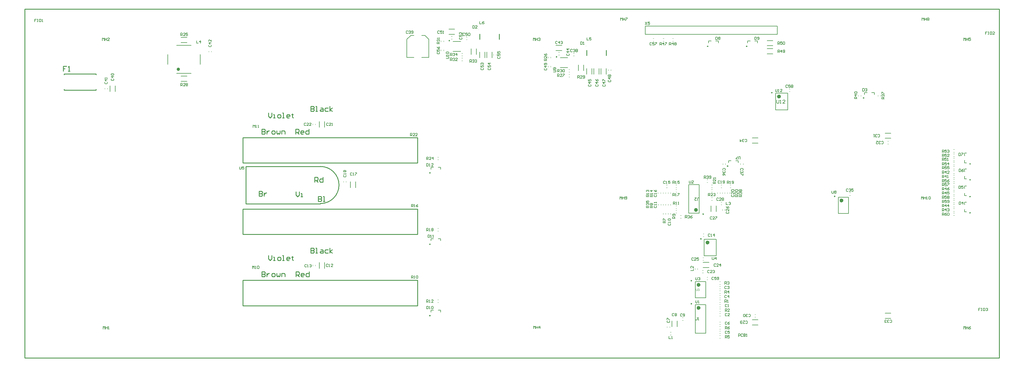
<source format=gto>
G04 Layer_Color=65535*
%FSLAX43Y43*%
%MOMM*%
G71*
G01*
G75*
%ADD28C,0.250*%
%ADD29C,0.200*%
%ADD30C,0.150*%
%ADD31C,0.500*%
%ADD35C,0.254*%
%ADD36C,0.178*%
%ADD37C,0.100*%
%ADD67C,0.600*%
D28*
X208250Y36675D02*
G03*
X208250Y36675I-125J0D01*
G01*
X124825Y57025D02*
G03*
X124825Y57025I-125J0D01*
G01*
X249400Y49780D02*
G03*
X249400Y49780I-125J0D01*
G01*
X230075Y81725D02*
G03*
X230075Y81725I-125J0D01*
G01*
X208950Y44315D02*
G03*
X208950Y44315I-125J0D01*
G01*
X205300Y23780D02*
G03*
X205300Y23780I-125J0D01*
G01*
X130800Y97775D02*
G03*
X130800Y97775I-125J0D01*
G01*
X258325Y80125D02*
G03*
X258325Y80125I-125J0D01*
G01*
X291100Y44700D02*
G03*
X291100Y44700I-125J0D01*
G01*
Y49700D02*
G03*
X291100Y49700I-125J0D01*
G01*
Y54900D02*
G03*
X291100Y54900I-125J0D01*
G01*
Y59800D02*
G03*
X291100Y59800I-125J0D01*
G01*
X210325Y96025D02*
G03*
X210325Y96025I-125J0D01*
G01*
X222325D02*
G03*
X222325Y96025I-125J0D01*
G01*
X205300Y16685D02*
G03*
X205300Y16685I-125J0D01*
G01*
X216455Y59095D02*
G03*
X216455Y59095I-125J0D01*
G01*
X163800Y92775D02*
G03*
X163800Y92775I-125J0D01*
G01*
X124825Y13025D02*
G03*
X124825Y13025I-125J0D01*
G01*
Y35025D02*
G03*
X124825Y35025I-125J0D01*
G01*
D29*
X46750Y96350D02*
X51250D01*
X46750Y87650D02*
X51250D01*
X54000Y90450D02*
Y93550D01*
X44000Y90450D02*
Y93550D01*
X209150Y31450D02*
Y36550D01*
X212850Y31450D02*
Y36550D01*
X209150D02*
X212850D01*
X209150Y31450D02*
X212850D01*
X125000Y58100D02*
Y58700D01*
X125800D01*
X128000Y58100D02*
Y58700D01*
X127200D02*
X128000D01*
X250400Y44500D02*
X253600D01*
X250400Y49500D02*
X253600D01*
Y44500D02*
Y49500D01*
X250400Y44500D02*
Y49500D01*
X231150Y76450D02*
X234850D01*
X231150Y81550D02*
X234850D01*
Y76450D02*
Y81550D01*
X231150Y76450D02*
Y81550D01*
X117600Y92600D02*
Y98150D01*
Y92600D02*
X119800D01*
X122200D02*
X124400D01*
Y98150D01*
X118850Y99400D02*
X119800D01*
X117600Y98150D02*
X118850Y99400D01*
X123150D02*
X124400Y98150D01*
X122200Y99400D02*
X123150D01*
X190980Y99730D02*
Y102270D01*
Y99730D02*
X231620D01*
Y102270D01*
X190980D02*
X231620D01*
X204400Y53375D02*
X207600D01*
X204400Y44625D02*
X207600D01*
X204400D02*
Y53375D01*
X207600Y44625D02*
Y53375D01*
X206400Y18500D02*
X209600D01*
X206400Y23500D02*
X209600D01*
Y18500D02*
Y23500D01*
X206400Y18500D02*
Y23500D01*
X142200Y92500D02*
Y94300D01*
X143800Y92500D02*
Y94300D01*
X228500Y97800D02*
X230300D01*
X228500Y96200D02*
X230300D01*
X131850Y97550D02*
X134150D01*
X131850Y94450D02*
X134150D01*
X200800Y9600D02*
Y11400D01*
X199200Y9600D02*
Y11400D01*
X92300Y27600D02*
Y29400D01*
X90700Y27600D02*
Y29400D01*
X100200Y52500D02*
Y54300D01*
X101800Y52500D02*
Y54300D01*
X92300Y71100D02*
Y72900D01*
X90700Y71100D02*
Y72900D01*
X208800Y27800D02*
X210600D01*
X208800Y29400D02*
X210600D01*
X211200Y45100D02*
Y46900D01*
X212800Y45100D02*
Y46900D01*
X223930Y11770D02*
X225730D01*
X223930Y10170D02*
X225730D01*
X264830Y67670D02*
X266630D01*
X264830Y69270D02*
X266630D01*
X264830Y13770D02*
X266630D01*
X264830Y12170D02*
X266630D01*
X223930Y66170D02*
X225730D01*
X223930Y67770D02*
X225730D01*
X26200Y82100D02*
Y83900D01*
X27800Y82100D02*
Y83900D01*
X163500Y94700D02*
X165300D01*
X163500Y96300D02*
X165300D01*
X173000Y87400D02*
Y89200D01*
X174600Y87400D02*
Y89200D01*
X175200Y87400D02*
Y89200D01*
X176800Y87400D02*
Y89200D01*
X177400Y87400D02*
Y89200D01*
X179000Y87400D02*
Y89200D01*
X130500Y99700D02*
X132300D01*
X130500Y101300D02*
X132300D01*
X140000Y92500D02*
Y94300D01*
X141600Y92500D02*
Y94300D01*
X258500Y81200D02*
Y81800D01*
X259300D01*
X261500Y81200D02*
Y81800D01*
X260700D02*
X261500D01*
X289300Y45000D02*
X289900D01*
X289300D02*
Y45800D01*
Y48000D02*
X289900D01*
X289300Y47200D02*
Y48000D01*
Y50000D02*
X289900D01*
X289300D02*
Y50800D01*
Y53000D02*
X289900D01*
X289300Y52200D02*
Y53000D01*
Y55200D02*
X289900D01*
X289300D02*
Y56000D01*
Y58200D02*
X289900D01*
X289300Y57400D02*
Y58200D01*
Y60100D02*
X289900D01*
X289300D02*
Y60900D01*
Y63100D02*
X289900D01*
X289300Y62300D02*
Y63100D01*
X210500Y97100D02*
Y97700D01*
X211300D01*
X213500Y97100D02*
Y97700D01*
X212700D02*
X213500D01*
X222500Y97100D02*
Y97700D01*
X223300D01*
X225500Y97100D02*
Y97700D01*
X224700D02*
X225500D01*
X48100Y98800D02*
X49900D01*
X48100Y97200D02*
X49900D01*
X48100Y86800D02*
X49900D01*
X48100Y85200D02*
X49900D01*
X170400Y88500D02*
Y90300D01*
X172000Y88500D02*
Y90300D01*
X137400Y93500D02*
Y95300D01*
X139000Y93500D02*
Y95300D01*
X228500Y95300D02*
X230300D01*
X228500Y93700D02*
X230300D01*
X206400Y7625D02*
X209600D01*
X206400Y16375D02*
X209600D01*
Y7625D02*
Y16375D01*
X206400Y7625D02*
Y16375D01*
X216630Y60170D02*
Y60770D01*
X217430D01*
X219630Y60170D02*
Y60770D01*
X218830D02*
X219630D01*
X164850Y92550D02*
X167150D01*
X164850Y89450D02*
X167150D01*
X125000Y14100D02*
Y14700D01*
X125800D01*
X128000Y14100D02*
Y14700D01*
X127200D02*
X128000D01*
X125000Y36100D02*
Y36700D01*
X125800D01*
X128000Y36100D02*
Y36700D01*
X127200D02*
X128000D01*
D30*
X52900Y97800D02*
Y97000D01*
X53433D01*
X54100D02*
Y97800D01*
X53700Y97400D01*
X54233D01*
X211600Y31050D02*
Y30383D01*
X211733Y30250D01*
X212000D01*
X212133Y30383D01*
Y31050D01*
X212800Y30250D02*
Y31050D01*
X212400Y30650D01*
X212933D01*
X140016Y103714D02*
Y102915D01*
X140550D01*
X141349Y103714D02*
X141083Y103581D01*
X140816Y103314D01*
Y103048D01*
X140949Y102915D01*
X141216D01*
X141349Y103048D01*
Y103181D01*
X141216Y103314D01*
X140816D01*
X123700Y59900D02*
Y59100D01*
X124100D01*
X124233Y59233D01*
Y59766D01*
X124100Y59900D01*
X123700D01*
X124500Y59100D02*
X124766D01*
X124633D01*
Y59900D01*
X124500Y59766D01*
X125699Y59100D02*
X125166D01*
X125699Y59633D01*
Y59766D01*
X125566Y59900D01*
X125299D01*
X125166Y59766D01*
X248435Y51486D02*
Y50819D01*
X248568Y50686D01*
X248834D01*
X248968Y50819D01*
Y51486D01*
X249234Y51352D02*
X249368Y51486D01*
X249634D01*
X249768Y51352D01*
Y51219D01*
X249634Y51086D01*
X249768Y50952D01*
Y50819D01*
X249634Y50686D01*
X249368D01*
X249234Y50819D01*
Y50952D01*
X249368Y51086D01*
X249234Y51219D01*
Y51352D01*
X249368Y51086D02*
X249634D01*
X137900Y102400D02*
Y101600D01*
X138300D01*
X138433Y101733D01*
Y102266D01*
X138300Y102400D01*
X137900D01*
X139233Y101600D02*
X138700D01*
X139233Y102133D01*
Y102266D01*
X139100Y102400D01*
X138833D01*
X138700Y102266D01*
X209100Y55300D02*
Y56100D01*
X209500D01*
X209633Y55966D01*
Y55700D01*
X209500Y55567D01*
X209100D01*
X209367D02*
X209633Y55300D01*
X209900Y55966D02*
X210033Y56100D01*
X210300D01*
X210433Y55966D01*
Y55833D01*
X210300Y55700D01*
X210166D01*
X210300D01*
X210433Y55567D01*
Y55433D01*
X210300Y55300D01*
X210033D01*
X209900Y55433D01*
X210699D02*
X210833Y55300D01*
X211099D01*
X211233Y55433D01*
Y55966D01*
X211099Y56100D01*
X210833D01*
X210699Y55966D01*
Y55833D01*
X210833Y55700D01*
X211233D01*
X70300Y71000D02*
Y71800D01*
X70567Y71533D01*
X70833Y71800D01*
Y71000D01*
X71100D02*
X71366D01*
X71233D01*
Y71800D01*
X71100Y71666D01*
X71766Y71000D02*
X72033D01*
X71899D01*
Y71800D01*
X71766Y71666D01*
X231100Y82800D02*
Y82133D01*
X231233Y82000D01*
X231500D01*
X231633Y82133D01*
Y82800D01*
X231900Y82000D02*
X232166D01*
X232033D01*
Y82800D01*
X231900Y82666D01*
X233099Y82000D02*
X232566D01*
X233099Y82533D01*
Y82666D01*
X232966Y82800D01*
X232699D01*
X232566Y82666D01*
X118700Y68400D02*
Y69200D01*
X119100D01*
X119233Y69066D01*
Y68800D01*
X119100Y68667D01*
X118700D01*
X118967D02*
X119233Y68400D01*
X120033D02*
X119500D01*
X120033Y68933D01*
Y69066D01*
X119900Y69200D01*
X119633D01*
X119500Y69066D01*
X120833Y68400D02*
X120299D01*
X120833Y68933D01*
Y69066D01*
X120699Y69200D01*
X120433D01*
X120299Y69066D01*
X215900Y48000D02*
Y47200D01*
X216433D01*
X216700Y47866D02*
X216833Y48000D01*
X217100D01*
X217233Y47866D01*
Y47733D01*
X217100Y47600D01*
X216966D01*
X217100D01*
X217233Y47467D01*
Y47333D01*
X217100Y47200D01*
X216833D01*
X216700Y47333D01*
X117933Y100666D02*
X117800Y100800D01*
X117533D01*
X117400Y100666D01*
Y100133D01*
X117533Y100000D01*
X117800D01*
X117933Y100133D01*
X118200Y100666D02*
X118333Y100800D01*
X118600D01*
X118733Y100666D01*
Y100533D01*
X118600Y100400D01*
X118466D01*
X118600D01*
X118733Y100267D01*
Y100133D01*
X118600Y100000D01*
X118333D01*
X118200Y100133D01*
X118999D02*
X119133Y100000D01*
X119399D01*
X119533Y100133D01*
Y100666D01*
X119399Y100800D01*
X119133D01*
X118999Y100666D01*
Y100533D01*
X119133Y100400D01*
X119533D01*
X191000Y103500D02*
X191533Y102700D01*
Y103500D02*
X191000Y102700D01*
X192333Y103500D02*
X191800D01*
Y103100D01*
X192066Y103233D01*
X192200D01*
X192333Y103100D01*
Y102833D01*
X192200Y102700D01*
X191933D01*
X191800Y102833D01*
X294133Y15300D02*
X293600D01*
Y14900D01*
X293867D01*
X293600D01*
Y14500D01*
X294400Y15300D02*
X294666D01*
X294533D01*
Y14500D01*
X294400D01*
X294666D01*
X295066Y15300D02*
Y14500D01*
X295466D01*
X295599Y14633D01*
Y15166D01*
X295466Y15300D01*
X295066D01*
X295866Y15166D02*
X295999Y15300D01*
X296266D01*
X296399Y15166D01*
Y15033D01*
X296266Y14900D01*
X296133D01*
X296266D01*
X296399Y14767D01*
Y14633D01*
X296266Y14500D01*
X295999D01*
X295866Y14633D01*
X204500Y54600D02*
Y53933D01*
X204633Y53800D01*
X204900D01*
X205033Y53933D01*
Y54600D01*
X205833Y53800D02*
X205300D01*
X205833Y54333D01*
Y54466D01*
X205700Y54600D01*
X205433D01*
X205300Y54466D01*
X206500Y24800D02*
Y24133D01*
X206633Y24000D01*
X206900D01*
X207033Y24133D01*
Y24800D01*
X207300Y24666D02*
X207433Y24800D01*
X207700D01*
X207833Y24666D01*
Y24533D01*
X207700Y24400D01*
X207566D01*
X207700D01*
X207833Y24267D01*
Y24133D01*
X207700Y24000D01*
X207433D01*
X207300Y24133D01*
X142734Y89333D02*
X142600Y89200D01*
Y88933D01*
X142734Y88800D01*
X143267D01*
X143400Y88933D01*
Y89200D01*
X143267Y89333D01*
X142600Y90133D02*
Y89600D01*
X143000D01*
X142867Y89866D01*
Y90000D01*
X143000Y90133D01*
X143267D01*
X143400Y90000D01*
Y89733D01*
X143267Y89600D01*
X143400Y90799D02*
X142600D01*
X143000Y90399D01*
Y90933D01*
X212033Y24766D02*
X211900Y24900D01*
X211633D01*
X211500Y24766D01*
Y24233D01*
X211633Y24100D01*
X211900D01*
X212033Y24233D01*
X212833Y24900D02*
X212300D01*
Y24500D01*
X212566Y24633D01*
X212700D01*
X212833Y24500D01*
Y24233D01*
X212700Y24100D01*
X212433D01*
X212300Y24233D01*
X213099D02*
X213233Y24100D01*
X213499D01*
X213633Y24233D01*
Y24766D01*
X213499Y24900D01*
X213233D01*
X213099Y24766D01*
Y24633D01*
X213233Y24500D01*
X213633D01*
X66100Y58900D02*
Y58233D01*
X66233Y58100D01*
X66500D01*
X66633Y58233D01*
Y58900D01*
X67433D02*
X66900D01*
Y58500D01*
X67166Y58633D01*
X67300D01*
X67433Y58500D01*
Y58233D01*
X67300Y58100D01*
X67033D01*
X66900Y58233D01*
X156600Y9000D02*
Y9800D01*
X156867Y9533D01*
X157133Y9800D01*
Y9000D01*
X157400Y9800D02*
Y9000D01*
Y9400D01*
X157933D01*
Y9800D01*
Y9000D01*
X158599D02*
Y9800D01*
X158199Y9400D01*
X158733D01*
X276000Y48900D02*
Y49700D01*
X276267Y49433D01*
X276533Y49700D01*
Y48900D01*
X276800Y49700D02*
Y48900D01*
Y49300D01*
X277333D01*
Y49700D01*
Y48900D01*
X277599D02*
X277866D01*
X277733D01*
Y49700D01*
X277599Y49566D01*
X278266D02*
X278399Y49700D01*
X278666D01*
X278799Y49566D01*
Y49033D01*
X278666Y48900D01*
X278399D01*
X278266Y49033D01*
Y49566D01*
X231800Y96600D02*
Y97400D01*
X232200D01*
X232333Y97266D01*
Y97000D01*
X232200Y96867D01*
X231800D01*
X232067D02*
X232333Y96600D01*
X233133Y97400D02*
X232600D01*
Y97000D01*
X232866Y97133D01*
X233000D01*
X233133Y97000D01*
Y96733D01*
X233000Y96600D01*
X232733D01*
X232600Y96733D01*
X233399Y97266D02*
X233533Y97400D01*
X233799D01*
X233933Y97266D01*
Y96733D01*
X233799Y96600D01*
X233533D01*
X233399Y96733D01*
Y97266D01*
X129700Y92300D02*
X130367D01*
X130500Y92433D01*
Y92700D01*
X130367Y92833D01*
X129700D01*
X130500Y93100D02*
Y93366D01*
Y93233D01*
X129700D01*
X129834Y93100D01*
Y93766D02*
X129700Y93899D01*
Y94166D01*
X129834Y94299D01*
X130367D01*
X130500Y94166D01*
Y93899D01*
X130367Y93766D01*
X129834D01*
X282400Y43900D02*
Y44700D01*
X282800D01*
X282933Y44566D01*
Y44300D01*
X282800Y44167D01*
X282400D01*
X282667D02*
X282933Y43900D01*
X283733Y44700D02*
X283466Y44566D01*
X283200Y44300D01*
Y44033D01*
X283333Y43900D01*
X283600D01*
X283733Y44033D01*
Y44167D01*
X283600Y44300D01*
X283200D01*
X283999Y44566D02*
X284133Y44700D01*
X284399D01*
X284533Y44566D01*
Y44033D01*
X284399Y43900D01*
X284133D01*
X283999Y44033D01*
Y44566D01*
X282400Y47800D02*
Y48600D01*
X282800D01*
X282933Y48466D01*
Y48200D01*
X282800Y48067D01*
X282400D01*
X282667D02*
X282933Y47800D01*
X283733Y48600D02*
X283200D01*
Y48200D01*
X283466Y48333D01*
X283600D01*
X283733Y48200D01*
Y47933D01*
X283600Y47800D01*
X283333D01*
X283200Y47933D01*
X283999D02*
X284133Y47800D01*
X284399D01*
X284533Y47933D01*
Y48466D01*
X284399Y48600D01*
X284133D01*
X283999Y48466D01*
Y48333D01*
X284133Y48200D01*
X284533D01*
X282400Y49100D02*
Y49900D01*
X282800D01*
X282933Y49766D01*
Y49500D01*
X282800Y49367D01*
X282400D01*
X282667D02*
X282933Y49100D01*
X283733Y49900D02*
X283200D01*
Y49500D01*
X283466Y49633D01*
X283600D01*
X283733Y49500D01*
Y49233D01*
X283600Y49100D01*
X283333D01*
X283200Y49233D01*
X283999Y49766D02*
X284133Y49900D01*
X284399D01*
X284533Y49766D01*
Y49633D01*
X284399Y49500D01*
X284533Y49367D01*
Y49233D01*
X284399Y49100D01*
X284133D01*
X283999Y49233D01*
Y49367D01*
X284133Y49500D01*
X283999Y49633D01*
Y49766D01*
X284133Y49500D02*
X284399D01*
X282400Y53000D02*
Y53800D01*
X282800D01*
X282933Y53666D01*
Y53400D01*
X282800Y53267D01*
X282400D01*
X282667D02*
X282933Y53000D01*
X283733Y53800D02*
X283200D01*
Y53400D01*
X283466Y53533D01*
X283600D01*
X283733Y53400D01*
Y53133D01*
X283600Y53000D01*
X283333D01*
X283200Y53133D01*
X283999Y53800D02*
X284533D01*
Y53666D01*
X283999Y53133D01*
Y53000D01*
X282400Y54200D02*
Y55000D01*
X282800D01*
X282933Y54866D01*
Y54600D01*
X282800Y54467D01*
X282400D01*
X282667D02*
X282933Y54200D01*
X283733Y55000D02*
X283200D01*
Y54600D01*
X283466Y54733D01*
X283600D01*
X283733Y54600D01*
Y54333D01*
X283600Y54200D01*
X283333D01*
X283200Y54333D01*
X284533Y55000D02*
X284266Y54866D01*
X283999Y54600D01*
Y54333D01*
X284133Y54200D01*
X284399D01*
X284533Y54333D01*
Y54467D01*
X284399Y54600D01*
X283999D01*
X282400Y58200D02*
Y59000D01*
X282800D01*
X282933Y58866D01*
Y58600D01*
X282800Y58467D01*
X282400D01*
X282667D02*
X282933Y58200D01*
X283733Y59000D02*
X283200D01*
Y58600D01*
X283466Y58733D01*
X283600D01*
X283733Y58600D01*
Y58333D01*
X283600Y58200D01*
X283333D01*
X283200Y58333D01*
X284533Y59000D02*
X283999D01*
Y58600D01*
X284266Y58733D01*
X284399D01*
X284533Y58600D01*
Y58333D01*
X284399Y58200D01*
X284133D01*
X283999Y58333D01*
X282400Y59400D02*
Y60200D01*
X282800D01*
X282933Y60066D01*
Y59800D01*
X282800Y59667D01*
X282400D01*
X282667D02*
X282933Y59400D01*
X283733Y60200D02*
X283200D01*
Y59800D01*
X283466Y59933D01*
X283600D01*
X283733Y59800D01*
Y59533D01*
X283600Y59400D01*
X283333D01*
X283200Y59533D01*
X284399Y59400D02*
Y60200D01*
X283999Y59800D01*
X284533D01*
X282400Y63300D02*
Y64100D01*
X282800D01*
X282933Y63966D01*
Y63700D01*
X282800Y63567D01*
X282400D01*
X282667D02*
X282933Y63300D01*
X283733Y64100D02*
X283200D01*
Y63700D01*
X283466Y63833D01*
X283600D01*
X283733Y63700D01*
Y63433D01*
X283600Y63300D01*
X283333D01*
X283200Y63433D01*
X283999Y63966D02*
X284133Y64100D01*
X284399D01*
X284533Y63966D01*
Y63833D01*
X284399Y63700D01*
X284266D01*
X284399D01*
X284533Y63567D01*
Y63433D01*
X284399Y63300D01*
X284133D01*
X283999Y63433D01*
X282400Y62000D02*
Y62800D01*
X282800D01*
X282933Y62666D01*
Y62400D01*
X282800Y62267D01*
X282400D01*
X282667D02*
X282933Y62000D01*
X283733Y62800D02*
X283200D01*
Y62400D01*
X283466Y62533D01*
X283600D01*
X283733Y62400D01*
Y62133D01*
X283600Y62000D01*
X283333D01*
X283200Y62133D01*
X284533Y62000D02*
X283999D01*
X284533Y62533D01*
Y62666D01*
X284399Y62800D01*
X284133D01*
X283999Y62666D01*
X282400Y60800D02*
Y61600D01*
X282800D01*
X282933Y61466D01*
Y61200D01*
X282800Y61067D01*
X282400D01*
X282667D02*
X282933Y60800D01*
X283733Y61600D02*
X283200D01*
Y61200D01*
X283466Y61333D01*
X283600D01*
X283733Y61200D01*
Y60933D01*
X283600Y60800D01*
X283333D01*
X283200Y60933D01*
X283999Y60800D02*
X284266D01*
X284133D01*
Y61600D01*
X283999Y61466D01*
X282400Y56800D02*
Y57600D01*
X282800D01*
X282933Y57466D01*
Y57200D01*
X282800Y57067D01*
X282400D01*
X282667D02*
X282933Y56800D01*
X283600D02*
Y57600D01*
X283200Y57200D01*
X283733D01*
X284533Y56800D02*
X283999D01*
X284533Y57333D01*
Y57466D01*
X284399Y57600D01*
X284133D01*
X283999Y57466D01*
X282400Y55500D02*
Y56300D01*
X282800D01*
X282933Y56166D01*
Y55900D01*
X282800Y55767D01*
X282400D01*
X282667D02*
X282933Y55500D01*
X283600D02*
Y56300D01*
X283200Y55900D01*
X283733D01*
X283999Y55500D02*
X284266D01*
X284133D01*
Y56300D01*
X283999Y56166D01*
X289000Y8900D02*
Y9700D01*
X289267Y9433D01*
X289533Y9700D01*
Y8900D01*
X289800Y9700D02*
Y8900D01*
Y9300D01*
X290333D01*
Y9700D01*
Y8900D01*
X291133Y9700D02*
X290866Y9566D01*
X290599Y9300D01*
Y9033D01*
X290733Y8900D01*
X290999D01*
X291133Y9033D01*
Y9167D01*
X290999Y9300D01*
X290599D01*
X289000Y97800D02*
Y98600D01*
X289267Y98333D01*
X289533Y98600D01*
Y97800D01*
X289800Y98600D02*
Y97800D01*
Y98200D01*
X290333D01*
Y98600D01*
Y97800D01*
X291133Y98600D02*
X290599D01*
Y98200D01*
X290866Y98333D01*
X290999D01*
X291133Y98200D01*
Y97933D01*
X290999Y97800D01*
X290733D01*
X290599Y97933D01*
X216133Y16366D02*
X216000Y16500D01*
X215733D01*
X215600Y16366D01*
Y15833D01*
X215733Y15700D01*
X216000D01*
X216133Y15833D01*
X216400Y15700D02*
X216666D01*
X216533D01*
Y16500D01*
X216400Y16366D01*
X216133Y13566D02*
X216000Y13700D01*
X215733D01*
X215600Y13566D01*
Y13033D01*
X215733Y12900D01*
X216000D01*
X216133Y13033D01*
X216933Y12900D02*
X216400D01*
X216933Y13433D01*
Y13566D01*
X216800Y13700D01*
X216533D01*
X216400Y13566D01*
X216033Y21966D02*
X215900Y22100D01*
X215633D01*
X215500Y21966D01*
Y21433D01*
X215633Y21300D01*
X215900D01*
X216033Y21433D01*
X216300Y21966D02*
X216433Y22100D01*
X216700D01*
X216833Y21966D01*
Y21833D01*
X216700Y21700D01*
X216566D01*
X216700D01*
X216833Y21567D01*
Y21433D01*
X216700Y21300D01*
X216433D01*
X216300Y21433D01*
X216033Y19166D02*
X215900Y19300D01*
X215633D01*
X215500Y19166D01*
Y18633D01*
X215633Y18500D01*
X215900D01*
X216033Y18633D01*
X216700Y18500D02*
Y19300D01*
X216300Y18900D01*
X216833D01*
X216133Y8166D02*
X216000Y8300D01*
X215733D01*
X215600Y8166D01*
Y7633D01*
X215733Y7500D01*
X216000D01*
X216133Y7633D01*
X216933Y8300D02*
X216400D01*
Y7900D01*
X216666Y8033D01*
X216800D01*
X216933Y7900D01*
Y7633D01*
X216800Y7500D01*
X216533D01*
X216400Y7633D01*
X216133Y10966D02*
X216000Y11100D01*
X215733D01*
X215600Y10966D01*
Y10433D01*
X215733Y10300D01*
X216000D01*
X216133Y10433D01*
X216933Y11100D02*
X216666Y10966D01*
X216400Y10700D01*
Y10433D01*
X216533Y10300D01*
X216800D01*
X216933Y10433D01*
Y10567D01*
X216800Y10700D01*
X216400D01*
X197834Y11433D02*
X197700Y11300D01*
Y11033D01*
X197834Y10900D01*
X198367D01*
X198500Y11033D01*
Y11300D01*
X198367Y11433D01*
X197700Y11700D02*
Y12233D01*
X197834D01*
X198367Y11700D01*
X198500D01*
X199833Y13566D02*
X199700Y13700D01*
X199433D01*
X199300Y13566D01*
Y13033D01*
X199433Y12900D01*
X199700D01*
X199833Y13033D01*
X200100Y13566D02*
X200233Y13700D01*
X200500D01*
X200633Y13566D01*
Y13433D01*
X200500Y13300D01*
X200633Y13167D01*
Y13033D01*
X200500Y12900D01*
X200233D01*
X200100Y13033D01*
Y13167D01*
X200233Y13300D01*
X200100Y13433D01*
Y13566D01*
X200233Y13300D02*
X200500D01*
X202333Y13466D02*
X202200Y13600D01*
X201933D01*
X201800Y13466D01*
Y12933D01*
X201933Y12800D01*
X202200D01*
X202333Y12933D01*
X202600D02*
X202733Y12800D01*
X203000D01*
X203133Y12933D01*
Y13466D01*
X203000Y13600D01*
X202733D01*
X202600Y13466D01*
Y13333D01*
X202733Y13200D01*
X203133D01*
X198134Y41433D02*
X198000Y41300D01*
Y41033D01*
X198134Y40900D01*
X198667D01*
X198800Y41033D01*
Y41300D01*
X198667Y41433D01*
X198800Y41700D02*
Y41966D01*
Y41833D01*
X198000D01*
X198134Y41700D01*
Y42366D02*
X198000Y42499D01*
Y42766D01*
X198134Y42899D01*
X198667D01*
X198800Y42766D01*
Y42499D01*
X198667Y42366D01*
X198134D01*
X193834Y46833D02*
X193700Y46700D01*
Y46433D01*
X193834Y46300D01*
X194367D01*
X194500Y46433D01*
Y46700D01*
X194367Y46833D01*
X194500Y47100D02*
Y47366D01*
Y47233D01*
X193700D01*
X193834Y47100D01*
X194500Y47766D02*
Y48033D01*
Y47899D01*
X193700D01*
X193834Y47766D01*
X93333Y28766D02*
X93200Y28900D01*
X92933D01*
X92800Y28766D01*
Y28233D01*
X92933Y28100D01*
X93200D01*
X93333Y28233D01*
X93600Y28100D02*
X93866D01*
X93733D01*
Y28900D01*
X93600Y28766D01*
X94799Y28100D02*
X94266D01*
X94799Y28633D01*
Y28766D01*
X94666Y28900D01*
X94399D01*
X94266Y28766D01*
X86733Y28666D02*
X86600Y28800D01*
X86333D01*
X86200Y28666D01*
Y28133D01*
X86333Y28000D01*
X86600D01*
X86733Y28133D01*
X87000Y28000D02*
X87266D01*
X87133D01*
Y28800D01*
X87000Y28666D01*
X87666D02*
X87799Y28800D01*
X88066D01*
X88199Y28666D01*
Y28533D01*
X88066Y28400D01*
X87933D01*
X88066D01*
X88199Y28267D01*
Y28133D01*
X88066Y28000D01*
X87799D01*
X87666Y28133D01*
X210933Y38066D02*
X210800Y38200D01*
X210533D01*
X210400Y38066D01*
Y37533D01*
X210533Y37400D01*
X210800D01*
X210933Y37533D01*
X211200Y37400D02*
X211466D01*
X211333D01*
Y38200D01*
X211200Y38066D01*
X212266Y37400D02*
Y38200D01*
X211866Y37800D01*
X212399D01*
X197133Y54366D02*
X197000Y54500D01*
X196733D01*
X196600Y54366D01*
Y53833D01*
X196733Y53700D01*
X197000D01*
X197133Y53833D01*
X197400Y53700D02*
X197666D01*
X197533D01*
Y54500D01*
X197400Y54366D01*
X198599Y54500D02*
X198066D01*
Y54100D01*
X198333Y54233D01*
X198466D01*
X198599Y54100D01*
Y53833D01*
X198466Y53700D01*
X198199D01*
X198066Y53833D01*
X193834Y50233D02*
X193700Y50100D01*
Y49833D01*
X193834Y49700D01*
X194367D01*
X194500Y49833D01*
Y50100D01*
X194367Y50233D01*
X194500Y50500D02*
Y50766D01*
Y50633D01*
X193700D01*
X193834Y50500D01*
X193700Y51699D02*
X193834Y51433D01*
X194100Y51166D01*
X194367D01*
X194500Y51299D01*
Y51566D01*
X194367Y51699D01*
X194233D01*
X194100Y51566D01*
Y51166D01*
X100726Y56919D02*
X100592Y57053D01*
X100326D01*
X100193Y56919D01*
Y56386D01*
X100326Y56253D01*
X100592D01*
X100726Y56386D01*
X100992Y56253D02*
X101259D01*
X101126D01*
Y57053D01*
X100992Y56919D01*
X101659Y57053D02*
X102192D01*
Y56919D01*
X101659Y56386D01*
Y56253D01*
X98234Y56333D02*
X98100Y56200D01*
Y55933D01*
X98234Y55800D01*
X98767D01*
X98900Y55933D01*
Y56200D01*
X98767Y56333D01*
X98900Y56600D02*
Y56866D01*
Y56733D01*
X98100D01*
X98234Y56600D01*
Y57266D02*
X98100Y57399D01*
Y57666D01*
X98234Y57799D01*
X98367D01*
X98500Y57666D01*
X98633Y57799D01*
X98767D01*
X98900Y57666D01*
Y57399D01*
X98767Y57266D01*
X98633D01*
X98500Y57399D01*
X98367Y57266D01*
X98234D01*
X98500Y57399D02*
Y57666D01*
X213933Y54466D02*
X213800Y54600D01*
X213533D01*
X213400Y54466D01*
Y53933D01*
X213533Y53800D01*
X213800D01*
X213933Y53933D01*
X214200Y53800D02*
X214466D01*
X214333D01*
Y54600D01*
X214200Y54466D01*
X214866Y53933D02*
X214999Y53800D01*
X215266D01*
X215399Y53933D01*
Y54466D01*
X215266Y54600D01*
X214999D01*
X214866Y54466D01*
Y54333D01*
X214999Y54200D01*
X215399D01*
X217634Y50233D02*
X217500Y50100D01*
Y49833D01*
X217634Y49700D01*
X218167D01*
X218300Y49833D01*
Y50100D01*
X218167Y50233D01*
X218300Y51033D02*
Y50500D01*
X217767Y51033D01*
X217634D01*
X217500Y50900D01*
Y50633D01*
X217634Y50500D01*
Y51299D02*
X217500Y51433D01*
Y51699D01*
X217634Y51833D01*
X218167D01*
X218300Y51699D01*
Y51433D01*
X218167Y51299D01*
X217634D01*
X93433Y72266D02*
X93300Y72400D01*
X93033D01*
X92900Y72266D01*
Y71733D01*
X93033Y71600D01*
X93300D01*
X93433Y71733D01*
X94233Y71600D02*
X93700D01*
X94233Y72133D01*
Y72266D01*
X94100Y72400D01*
X93833D01*
X93700Y72266D01*
X94499Y71600D02*
X94766D01*
X94633D01*
Y72400D01*
X94499Y72266D01*
X86533D02*
X86400Y72400D01*
X86133D01*
X86000Y72266D01*
Y71733D01*
X86133Y71600D01*
X86400D01*
X86533Y71733D01*
X87333Y71600D02*
X86800D01*
X87333Y72133D01*
Y72266D01*
X87200Y72400D01*
X86933D01*
X86800Y72266D01*
X88133Y71600D02*
X87599D01*
X88133Y72133D01*
Y72266D01*
X87999Y72400D01*
X87733D01*
X87599Y72266D01*
X210733Y26866D02*
X210600Y27000D01*
X210333D01*
X210200Y26866D01*
Y26333D01*
X210333Y26200D01*
X210600D01*
X210733Y26333D01*
X211533Y26200D02*
X211000D01*
X211533Y26733D01*
Y26866D01*
X211400Y27000D01*
X211133D01*
X211000Y26866D01*
X211799D02*
X211933Y27000D01*
X212199D01*
X212333Y26866D01*
Y26733D01*
X212199Y26600D01*
X212066D01*
X212199D01*
X212333Y26467D01*
Y26333D01*
X212199Y26200D01*
X211933D01*
X211799Y26333D01*
X212733Y28866D02*
X212600Y29000D01*
X212333D01*
X212200Y28866D01*
Y28333D01*
X212333Y28200D01*
X212600D01*
X212733Y28333D01*
X213533Y28200D02*
X213000D01*
X213533Y28733D01*
Y28866D01*
X213400Y29000D01*
X213133D01*
X213000Y28866D01*
X214199Y28200D02*
Y29000D01*
X213799Y28600D01*
X214333D01*
X205833Y30716D02*
X205700Y30850D01*
X205433D01*
X205300Y30716D01*
Y30183D01*
X205433Y30050D01*
X205700D01*
X205833Y30183D01*
X206633Y30050D02*
X206100D01*
X206633Y30583D01*
Y30716D01*
X206500Y30850D01*
X206233D01*
X206100Y30716D01*
X207433Y30850D02*
X206899D01*
Y30450D01*
X207166Y30583D01*
X207299D01*
X207433Y30450D01*
Y30183D01*
X207299Y30050D01*
X207033D01*
X206899Y30183D01*
X216034Y45033D02*
X215900Y44900D01*
Y44633D01*
X216034Y44500D01*
X216567D01*
X216700Y44633D01*
Y44900D01*
X216567Y45033D01*
X216700Y45833D02*
Y45300D01*
X216167Y45833D01*
X216034D01*
X215900Y45700D01*
Y45433D01*
X216034Y45300D01*
X215900Y46633D02*
X216034Y46366D01*
X216300Y46099D01*
X216567D01*
X216700Y46233D01*
Y46499D01*
X216567Y46633D01*
X216433D01*
X216300Y46499D01*
Y46099D01*
X211533Y43366D02*
X211400Y43500D01*
X211133D01*
X211000Y43366D01*
Y42833D01*
X211133Y42700D01*
X211400D01*
X211533Y42833D01*
X212333Y42700D02*
X211800D01*
X212333Y43233D01*
Y43366D01*
X212200Y43500D01*
X211933D01*
X211800Y43366D01*
X212599Y43500D02*
X213133D01*
Y43366D01*
X212599Y42833D01*
Y42700D01*
X213533Y49166D02*
X213400Y49300D01*
X213133D01*
X213000Y49166D01*
Y48633D01*
X213133Y48500D01*
X213400D01*
X213533Y48633D01*
X214333Y48500D02*
X213800D01*
X214333Y49033D01*
Y49166D01*
X214200Y49300D01*
X213933D01*
X213800Y49166D01*
X214599D02*
X214733Y49300D01*
X214999D01*
X215133Y49166D01*
Y49033D01*
X214999Y48900D01*
X215133Y48767D01*
Y48633D01*
X214999Y48500D01*
X214733D01*
X214599Y48633D01*
Y48767D01*
X214733Y48900D01*
X214599Y49033D01*
Y49166D01*
X214733Y48900D02*
X214999D01*
X221897Y10704D02*
X222030Y10570D01*
X222297D01*
X222430Y10704D01*
Y11237D01*
X222297Y11370D01*
X222030D01*
X221897Y11237D01*
X221097Y11370D02*
X221630D01*
X221097Y10837D01*
Y10704D01*
X221230Y10570D01*
X221497D01*
X221630Y10704D01*
X220831Y11237D02*
X220697Y11370D01*
X220431D01*
X220297Y11237D01*
Y10704D01*
X220431Y10570D01*
X220697D01*
X220831Y10704D01*
Y10837D01*
X220697Y10970D01*
X220297D01*
X222797Y12804D02*
X222930Y12670D01*
X223197D01*
X223330Y12804D01*
Y13337D01*
X223197Y13470D01*
X222930D01*
X222797Y13337D01*
X222530Y12804D02*
X222397Y12670D01*
X222130D01*
X221997Y12804D01*
Y12937D01*
X222130Y13070D01*
X222264D01*
X222130D01*
X221997Y13203D01*
Y13337D01*
X222130Y13470D01*
X222397D01*
X222530Y13337D01*
X221731Y12804D02*
X221597Y12670D01*
X221331D01*
X221197Y12804D01*
Y13337D01*
X221331Y13470D01*
X221597D01*
X221731Y13337D01*
Y12804D01*
X262597Y68204D02*
X262730Y68070D01*
X262997D01*
X263130Y68204D01*
Y68737D01*
X262997Y68870D01*
X262730D01*
X262597Y68737D01*
X262330Y68204D02*
X262197Y68070D01*
X261930D01*
X261797Y68204D01*
Y68337D01*
X261930Y68470D01*
X262064D01*
X261930D01*
X261797Y68603D01*
Y68737D01*
X261930Y68870D01*
X262197D01*
X262330Y68737D01*
X261531Y68870D02*
X261264D01*
X261397D01*
Y68070D01*
X261531Y68204D01*
X263697Y66104D02*
X263830Y65970D01*
X264097D01*
X264230Y66104D01*
Y66637D01*
X264097Y66770D01*
X263830D01*
X263697Y66637D01*
X263430Y66104D02*
X263297Y65970D01*
X263030D01*
X262897Y66104D01*
Y66237D01*
X263030Y66370D01*
X263164D01*
X263030D01*
X262897Y66503D01*
Y66637D01*
X263030Y66770D01*
X263297D01*
X263430Y66637D01*
X262097Y66770D02*
X262631D01*
X262097Y66237D01*
Y66104D01*
X262231Y65970D01*
X262497D01*
X262631Y66104D01*
X266297Y11004D02*
X266430Y10870D01*
X266697D01*
X266830Y11004D01*
Y11537D01*
X266697Y11670D01*
X266430D01*
X266297Y11537D01*
X266030Y11004D02*
X265897Y10870D01*
X265630D01*
X265497Y11004D01*
Y11137D01*
X265630Y11270D01*
X265764D01*
X265630D01*
X265497Y11403D01*
Y11537D01*
X265630Y11670D01*
X265897D01*
X266030Y11537D01*
X265231Y11004D02*
X265097Y10870D01*
X264831D01*
X264697Y11004D01*
Y11137D01*
X264831Y11270D01*
X264964D01*
X264831D01*
X264697Y11403D01*
Y11537D01*
X264831Y11670D01*
X265097D01*
X265231Y11537D01*
X221697Y66704D02*
X221830Y66570D01*
X222097D01*
X222230Y66704D01*
Y67237D01*
X222097Y67370D01*
X221830D01*
X221697Y67237D01*
X221430Y66704D02*
X221297Y66570D01*
X221030D01*
X220897Y66704D01*
Y66837D01*
X221030Y66970D01*
X221164D01*
X221030D01*
X220897Y67103D01*
Y67237D01*
X221030Y67370D01*
X221297D01*
X221430Y67237D01*
X220231Y67370D02*
Y66570D01*
X220631Y66970D01*
X220097D01*
X253433Y51966D02*
X253300Y52100D01*
X253033D01*
X252900Y51966D01*
Y51433D01*
X253033Y51300D01*
X253300D01*
X253433Y51433D01*
X253700Y51966D02*
X253833Y52100D01*
X254100D01*
X254233Y51966D01*
Y51833D01*
X254100Y51700D01*
X253966D01*
X254100D01*
X254233Y51567D01*
Y51433D01*
X254100Y51300D01*
X253833D01*
X253700Y51433D01*
X255033Y52100D02*
X254499D01*
Y51700D01*
X254766Y51833D01*
X254899D01*
X255033Y51700D01*
Y51433D01*
X254899Y51300D01*
X254633D01*
X254499Y51433D01*
X215496Y57837D02*
X215630Y57970D01*
Y58237D01*
X215496Y58370D01*
X214963D01*
X214830Y58237D01*
Y57970D01*
X214963Y57837D01*
X215496Y57570D02*
X215630Y57437D01*
Y57170D01*
X215496Y57037D01*
X215363D01*
X215230Y57170D01*
Y57304D01*
Y57170D01*
X215097Y57037D01*
X214963D01*
X214830Y57170D01*
Y57437D01*
X214963Y57570D01*
X215630Y56237D02*
X215496Y56504D01*
X215230Y56771D01*
X214963D01*
X214830Y56637D01*
Y56371D01*
X214963Y56237D01*
X215097D01*
X215230Y56371D01*
Y56771D01*
X220996Y57837D02*
X221130Y57970D01*
Y58237D01*
X220996Y58370D01*
X220463D01*
X220330Y58237D01*
Y57970D01*
X220463Y57837D01*
X220996Y57570D02*
X221130Y57437D01*
Y57170D01*
X220996Y57037D01*
X220863D01*
X220730Y57170D01*
Y57304D01*
Y57170D01*
X220597Y57037D01*
X220463D01*
X220330Y57170D01*
Y57437D01*
X220463Y57570D01*
X221130Y56771D02*
Y56237D01*
X220996D01*
X220463Y56771D01*
X220330D01*
X168533Y94966D02*
X168400Y95100D01*
X168133D01*
X168000Y94966D01*
Y94433D01*
X168133Y94300D01*
X168400D01*
X168533Y94433D01*
X168800Y94966D02*
X168933Y95100D01*
X169200D01*
X169333Y94966D01*
Y94833D01*
X169200Y94700D01*
X169066D01*
X169200D01*
X169333Y94567D01*
Y94433D01*
X169200Y94300D01*
X168933D01*
X168800Y94433D01*
X169599Y94966D02*
X169733Y95100D01*
X169999D01*
X170133Y94966D01*
Y94833D01*
X169999Y94700D01*
X170133Y94567D01*
Y94433D01*
X169999Y94300D01*
X169733D01*
X169599Y94433D01*
Y94567D01*
X169733Y94700D01*
X169599Y94833D01*
Y94966D01*
X169733Y94700D02*
X169999D01*
X26734Y86033D02*
X26600Y85900D01*
Y85633D01*
X26734Y85500D01*
X27267D01*
X27400Y85633D01*
Y85900D01*
X27267Y86033D01*
X27400Y86700D02*
X26600D01*
X27000Y86300D01*
Y86833D01*
X26734Y87099D02*
X26600Y87233D01*
Y87499D01*
X26734Y87633D01*
X27267D01*
X27400Y87499D01*
Y87233D01*
X27267Y87099D01*
X26734D01*
X24734Y85033D02*
X24600Y84900D01*
Y84633D01*
X24734Y84500D01*
X25267D01*
X25400Y84633D01*
Y84900D01*
X25267Y85033D01*
X25400Y85700D02*
X24600D01*
X25000Y85300D01*
Y85833D01*
X25400Y86099D02*
Y86366D01*
Y86233D01*
X24600D01*
X24734Y86099D01*
X56734Y96433D02*
X56600Y96300D01*
Y96033D01*
X56734Y95900D01*
X57267D01*
X57400Y96033D01*
Y96300D01*
X57267Y96433D01*
X57400Y97100D02*
X56600D01*
X57000Y96700D01*
Y97233D01*
X57400Y98033D02*
Y97499D01*
X56867Y98033D01*
X56734D01*
X56600Y97899D01*
Y97633D01*
X56734Y97499D01*
X163933Y97466D02*
X163800Y97600D01*
X163533D01*
X163400Y97466D01*
Y96933D01*
X163533Y96800D01*
X163800D01*
X163933Y96933D01*
X164600Y96800D02*
Y97600D01*
X164200Y97200D01*
X164733D01*
X164999Y97466D02*
X165133Y97600D01*
X165399D01*
X165533Y97466D01*
Y97333D01*
X165399Y97200D01*
X165266D01*
X165399D01*
X165533Y97067D01*
Y96933D01*
X165399Y96800D01*
X165133D01*
X164999Y96933D01*
X166934Y93733D02*
X166800Y93600D01*
Y93333D01*
X166934Y93200D01*
X167467D01*
X167600Y93333D01*
Y93600D01*
X167467Y93733D01*
X167600Y94400D02*
X166800D01*
X167200Y94000D01*
Y94533D01*
X167600Y95199D02*
X166800D01*
X167200Y94799D01*
Y95333D01*
X173634Y84233D02*
X173500Y84100D01*
Y83833D01*
X173634Y83700D01*
X174167D01*
X174300Y83833D01*
Y84100D01*
X174167Y84233D01*
X174300Y84900D02*
X173500D01*
X173900Y84500D01*
Y85033D01*
X173500Y85833D02*
Y85299D01*
X173900D01*
X173767Y85566D01*
Y85699D01*
X173900Y85833D01*
X174167D01*
X174300Y85699D01*
Y85433D01*
X174167Y85299D01*
X175834Y84233D02*
X175700Y84100D01*
Y83833D01*
X175834Y83700D01*
X176367D01*
X176500Y83833D01*
Y84100D01*
X176367Y84233D01*
X176500Y84900D02*
X175700D01*
X176100Y84500D01*
Y85033D01*
X175700Y85833D02*
X175834Y85566D01*
X176100Y85299D01*
X176367D01*
X176500Y85433D01*
Y85699D01*
X176367Y85833D01*
X176233D01*
X176100Y85699D01*
Y85299D01*
X178034Y84233D02*
X177900Y84100D01*
Y83833D01*
X178034Y83700D01*
X178567D01*
X178700Y83833D01*
Y84100D01*
X178567Y84233D01*
X178700Y84900D02*
X177900D01*
X178300Y84500D01*
Y85033D01*
X177900Y85299D02*
Y85833D01*
X178034D01*
X178567Y85299D01*
X178700D01*
X179734Y85633D02*
X179600Y85500D01*
Y85233D01*
X179734Y85100D01*
X180267D01*
X180400Y85233D01*
Y85500D01*
X180267Y85633D01*
X180400Y86300D02*
X179600D01*
X180000Y85900D01*
Y86433D01*
X179734Y86699D02*
X179600Y86833D01*
Y87099D01*
X179734Y87233D01*
X179867D01*
X180000Y87099D01*
X180133Y87233D01*
X180267D01*
X180400Y87099D01*
Y86833D01*
X180267Y86699D01*
X180133D01*
X180000Y86833D01*
X179867Y86699D01*
X179734D01*
X180000Y86833D02*
Y87099D01*
X160034Y89233D02*
X159900Y89100D01*
Y88833D01*
X160034Y88700D01*
X160567D01*
X160700Y88833D01*
Y89100D01*
X160567Y89233D01*
X160700Y89900D02*
X159900D01*
X160300Y89500D01*
Y90033D01*
X160567Y90299D02*
X160700Y90433D01*
Y90699D01*
X160567Y90833D01*
X160034D01*
X159900Y90699D01*
Y90433D01*
X160034Y90299D01*
X160167D01*
X160300Y90433D01*
Y90833D01*
X135433Y99966D02*
X135300Y100100D01*
X135033D01*
X134900Y99966D01*
Y99433D01*
X135033Y99300D01*
X135300D01*
X135433Y99433D01*
X136233Y100100D02*
X135700D01*
Y99700D01*
X135966Y99833D01*
X136100D01*
X136233Y99700D01*
Y99433D01*
X136100Y99300D01*
X135833D01*
X135700Y99433D01*
X136500Y99966D02*
X136633Y100100D01*
X136899D01*
X137033Y99966D01*
Y99433D01*
X136899Y99300D01*
X136633D01*
X136500Y99433D01*
Y99966D01*
X127633Y100666D02*
X127500Y100800D01*
X127233D01*
X127100Y100666D01*
Y100133D01*
X127233Y100000D01*
X127500D01*
X127633Y100133D01*
X128433Y100800D02*
X127900D01*
Y100400D01*
X128166Y100533D01*
X128300D01*
X128433Y100400D01*
Y100133D01*
X128300Y100000D01*
X128033D01*
X127900Y100133D01*
X128700Y100000D02*
X128966D01*
X128833D01*
Y100800D01*
X128700Y100666D01*
X133934Y98733D02*
X133800Y98600D01*
Y98333D01*
X133934Y98200D01*
X134467D01*
X134600Y98333D01*
Y98600D01*
X134467Y98733D01*
X133800Y99533D02*
Y99000D01*
X134200D01*
X134067Y99266D01*
Y99400D01*
X134200Y99533D01*
X134467D01*
X134600Y99400D01*
Y99133D01*
X134467Y99000D01*
X134600Y100333D02*
Y99799D01*
X134067Y100333D01*
X133934D01*
X133800Y100199D01*
Y99933D01*
X133934Y99799D01*
X140534Y89333D02*
X140400Y89200D01*
Y88933D01*
X140534Y88800D01*
X141067D01*
X141200Y88933D01*
Y89200D01*
X141067Y89333D01*
X140400Y90133D02*
Y89600D01*
X140800D01*
X140667Y89866D01*
Y90000D01*
X140800Y90133D01*
X141067D01*
X141200Y90000D01*
Y89733D01*
X141067Y89600D01*
X140534Y90399D02*
X140400Y90533D01*
Y90799D01*
X140534Y90933D01*
X140667D01*
X140800Y90799D01*
Y90666D01*
Y90799D01*
X140933Y90933D01*
X141067D01*
X141200Y90799D01*
Y90533D01*
X141067Y90399D01*
X145634Y92833D02*
X145500Y92700D01*
Y92433D01*
X145634Y92300D01*
X146167D01*
X146300Y92433D01*
Y92700D01*
X146167Y92833D01*
X145500Y93633D02*
Y93100D01*
X145900D01*
X145767Y93366D01*
Y93500D01*
X145900Y93633D01*
X146167D01*
X146300Y93500D01*
Y93233D01*
X146167Y93100D01*
X145500Y94433D02*
Y93899D01*
X145900D01*
X145767Y94166D01*
Y94299D01*
X145900Y94433D01*
X146167D01*
X146300Y94299D01*
Y94033D01*
X146167Y93899D01*
X127034Y94233D02*
X126900Y94100D01*
Y93833D01*
X127034Y93700D01*
X127567D01*
X127700Y93833D01*
Y94100D01*
X127567Y94233D01*
X126900Y95033D02*
Y94500D01*
X127300D01*
X127167Y94766D01*
Y94900D01*
X127300Y95033D01*
X127567D01*
X127700Y94900D01*
Y94633D01*
X127567Y94500D01*
X126900Y95833D02*
X127034Y95566D01*
X127300Y95299D01*
X127567D01*
X127700Y95433D01*
Y95699D01*
X127567Y95833D01*
X127433D01*
X127300Y95699D01*
Y95299D01*
X192933Y97066D02*
X192800Y97200D01*
X192533D01*
X192400Y97066D01*
Y96533D01*
X192533Y96400D01*
X192800D01*
X192933Y96533D01*
X193733Y97200D02*
X193200D01*
Y96800D01*
X193466Y96933D01*
X193600D01*
X193733Y96800D01*
Y96533D01*
X193600Y96400D01*
X193333D01*
X193200Y96533D01*
X193999Y97200D02*
X194533D01*
Y97066D01*
X193999Y96533D01*
Y96400D01*
X234833Y83966D02*
X234700Y84100D01*
X234433D01*
X234300Y83966D01*
Y83433D01*
X234433Y83300D01*
X234700D01*
X234833Y83433D01*
X235633Y84100D02*
X235100D01*
Y83700D01*
X235366Y83833D01*
X235500D01*
X235633Y83700D01*
Y83433D01*
X235500Y83300D01*
X235233D01*
X235100Y83433D01*
X235899Y83966D02*
X236033Y84100D01*
X236299D01*
X236433Y83966D01*
Y83833D01*
X236299Y83700D01*
X236433Y83567D01*
Y83433D01*
X236299Y83300D01*
X236033D01*
X235899Y83433D01*
Y83567D01*
X236033Y83700D01*
X235899Y83833D01*
Y83966D01*
X236033Y83700D02*
X236299D01*
X171100Y97400D02*
Y96600D01*
X171500D01*
X171633Y96733D01*
Y97266D01*
X171500Y97400D01*
X171100D01*
X171900Y96600D02*
X172166D01*
X172033D01*
Y97400D01*
X171900Y97266D01*
X257900Y83000D02*
Y82200D01*
X258300D01*
X258433Y82333D01*
Y82866D01*
X258300Y83000D01*
X257900D01*
X258700Y82866D02*
X258833Y83000D01*
X259100D01*
X259233Y82866D01*
Y82733D01*
X259100Y82600D01*
X258966D01*
X259100D01*
X259233Y82467D01*
Y82333D01*
X259100Y82200D01*
X258833D01*
X258700Y82333D01*
X287600Y48100D02*
Y47300D01*
X288000D01*
X288133Y47433D01*
Y47966D01*
X288000Y48100D01*
X287600D01*
X288800Y47300D02*
Y48100D01*
X288400Y47700D01*
X288933D01*
X287500Y53000D02*
Y52200D01*
X287900D01*
X288033Y52333D01*
Y52866D01*
X287900Y53000D01*
X287500D01*
X288833D02*
X288300D01*
Y52600D01*
X288566Y52733D01*
X288700D01*
X288833Y52600D01*
Y52333D01*
X288700Y52200D01*
X288433D01*
X288300Y52333D01*
X287600Y58200D02*
Y57400D01*
X288000D01*
X288133Y57533D01*
Y58066D01*
X288000Y58200D01*
X287600D01*
X288933D02*
X288666Y58066D01*
X288400Y57800D01*
Y57533D01*
X288533Y57400D01*
X288800D01*
X288933Y57533D01*
Y57667D01*
X288800Y57800D01*
X288400D01*
X287500Y63100D02*
Y62300D01*
X287900D01*
X288033Y62433D01*
Y62966D01*
X287900Y63100D01*
X287500D01*
X288300D02*
X288833D01*
Y62966D01*
X288300Y62433D01*
Y62300D01*
X212700Y98900D02*
Y98100D01*
X213100D01*
X213233Y98233D01*
Y98766D01*
X213100Y98900D01*
X212700D01*
X213500Y98766D02*
X213633Y98900D01*
X213900D01*
X214033Y98766D01*
Y98633D01*
X213900Y98500D01*
X214033Y98367D01*
Y98233D01*
X213900Y98100D01*
X213633D01*
X213500Y98233D01*
Y98367D01*
X213633Y98500D01*
X213500Y98633D01*
Y98766D01*
X213633Y98500D02*
X213900D01*
X224700Y98900D02*
Y98100D01*
X225100D01*
X225233Y98233D01*
Y98766D01*
X225100Y98900D01*
X224700D01*
X225500Y98233D02*
X225633Y98100D01*
X225900D01*
X226033Y98233D01*
Y98766D01*
X225900Y98900D01*
X225633D01*
X225500Y98766D01*
Y98633D01*
X225633Y98500D01*
X226033D01*
X3546Y104397D02*
X3013D01*
Y103997D01*
X3279D01*
X3013D01*
Y103598D01*
X3812Y104397D02*
X4079D01*
X3946D01*
Y103598D01*
X3812D01*
X4079D01*
X4479Y104397D02*
Y103598D01*
X4879D01*
X5012Y103731D01*
Y104264D01*
X4879Y104397D01*
X4479D01*
X5279Y103598D02*
X5545D01*
X5412D01*
Y104397D01*
X5279Y104264D01*
X296233Y100500D02*
X295700D01*
Y100100D01*
X295967D01*
X295700D01*
Y99700D01*
X296500Y100500D02*
X296766D01*
X296633D01*
Y99700D01*
X296500D01*
X296766D01*
X297166Y100500D02*
Y99700D01*
X297566D01*
X297699Y99833D01*
Y100366D01*
X297566Y100500D01*
X297166D01*
X298499Y99700D02*
X297966D01*
X298499Y100233D01*
Y100366D01*
X298366Y100500D01*
X298099D01*
X297966Y100366D01*
X198300Y6700D02*
Y5900D01*
X198833D01*
X199100D02*
X199366D01*
X199233D01*
Y6700D01*
X199100Y6566D01*
X205000Y26900D02*
X205800D01*
Y27433D01*
Y28233D02*
Y27700D01*
X205267Y28233D01*
X205134D01*
X205000Y28100D01*
Y27833D01*
X205134Y27700D01*
X173023Y98708D02*
Y97908D01*
X173556D01*
X174356Y98708D02*
X173823D01*
Y98308D01*
X174089Y98441D01*
X174223D01*
X174356Y98308D01*
Y98041D01*
X174223Y97908D01*
X173956D01*
X173823Y98041D01*
X24100Y8900D02*
Y9700D01*
X24367Y9433D01*
X24633Y9700D01*
Y8900D01*
X24900Y9700D02*
Y8900D01*
Y9300D01*
X25433D01*
Y9700D01*
Y8900D01*
X25699D02*
X25966D01*
X25833D01*
Y9700D01*
X25699Y9566D01*
X23900Y97800D02*
Y98600D01*
X24167Y98333D01*
X24433Y98600D01*
Y97800D01*
X24700Y98600D02*
Y97800D01*
Y98200D01*
X25233D01*
Y98600D01*
Y97800D01*
X26033D02*
X25499D01*
X26033Y98333D01*
Y98466D01*
X25899Y98600D01*
X25633D01*
X25499Y98466D01*
X156500Y97800D02*
Y98600D01*
X156767Y98333D01*
X157033Y98600D01*
Y97800D01*
X157300Y98600D02*
Y97800D01*
Y98200D01*
X157833D01*
Y98600D01*
Y97800D01*
X158099Y98466D02*
X158233Y98600D01*
X158499D01*
X158633Y98466D01*
Y98333D01*
X158499Y98200D01*
X158366D01*
X158499D01*
X158633Y98067D01*
Y97933D01*
X158499Y97800D01*
X158233D01*
X158099Y97933D01*
X219685Y6602D02*
Y7402D01*
X220085D01*
X220218Y7269D01*
Y7002D01*
X220085Y6869D01*
X219685D01*
X221018Y7269D02*
X220885Y7402D01*
X220618D01*
X220485Y7269D01*
Y6735D01*
X220618Y6602D01*
X220885D01*
X221018Y6735D01*
X221285Y7402D02*
Y6602D01*
X221685D01*
X221818Y6735D01*
Y6869D01*
X221685Y7002D01*
X221285D01*
X221685D01*
X221818Y7135D01*
Y7269D01*
X221685Y7402D01*
X221285D01*
X222084Y6602D02*
X222351D01*
X222218D01*
Y7402D01*
X222084Y7269D01*
X215500Y17100D02*
Y17900D01*
X215900D01*
X216033Y17766D01*
Y17500D01*
X215900Y17367D01*
X215500D01*
X215767D02*
X216033Y17100D01*
X216300D02*
X216566D01*
X216433D01*
Y17900D01*
X216300Y17766D01*
X215600Y14300D02*
Y15100D01*
X216000D01*
X216133Y14966D01*
Y14700D01*
X216000Y14567D01*
X215600D01*
X215867D02*
X216133Y14300D01*
X216933D02*
X216400D01*
X216933Y14833D01*
Y14966D01*
X216800Y15100D01*
X216533D01*
X216400Y14966D01*
X215500Y22700D02*
Y23500D01*
X215900D01*
X216033Y23366D01*
Y23100D01*
X215900Y22967D01*
X215500D01*
X215767D02*
X216033Y22700D01*
X216300Y23366D02*
X216433Y23500D01*
X216700D01*
X216833Y23366D01*
Y23233D01*
X216700Y23100D01*
X216566D01*
X216700D01*
X216833Y22967D01*
Y22833D01*
X216700Y22700D01*
X216433D01*
X216300Y22833D01*
X215500Y19900D02*
Y20700D01*
X215900D01*
X216033Y20566D01*
Y20300D01*
X215900Y20167D01*
X215500D01*
X215767D02*
X216033Y19900D01*
X216700D02*
Y20700D01*
X216300Y20300D01*
X216833D01*
X215600Y6100D02*
Y6900D01*
X216000D01*
X216133Y6766D01*
Y6500D01*
X216000Y6367D01*
X215600D01*
X215867D02*
X216133Y6100D01*
X216933Y6900D02*
X216400D01*
Y6500D01*
X216666Y6633D01*
X216800D01*
X216933Y6500D01*
Y6233D01*
X216800Y6100D01*
X216533D01*
X216400Y6233D01*
X215600Y8900D02*
Y9700D01*
X216000D01*
X216133Y9566D01*
Y9300D01*
X216000Y9167D01*
X215600D01*
X215867D02*
X216133Y8900D01*
X216933Y9700D02*
X216666Y9566D01*
X216400Y9300D01*
Y9033D01*
X216533Y8900D01*
X216800D01*
X216933Y9033D01*
Y9167D01*
X216800Y9300D01*
X216400D01*
X197300Y41600D02*
X196500D01*
Y42000D01*
X196634Y42133D01*
X196900D01*
X197033Y42000D01*
Y41600D01*
Y41867D02*
X197300Y42133D01*
X196500Y42400D02*
Y42933D01*
X196634D01*
X197167Y42400D01*
X197300D01*
X193300Y46300D02*
X192500D01*
Y46700D01*
X192634Y46833D01*
X192900D01*
X193033Y46700D01*
Y46300D01*
Y46567D02*
X193300Y46833D01*
X192634Y47100D02*
X192500Y47233D01*
Y47500D01*
X192634Y47633D01*
X192767D01*
X192900Y47500D01*
X193033Y47633D01*
X193167D01*
X193300Y47500D01*
Y47233D01*
X193167Y47100D01*
X193033D01*
X192900Y47233D01*
X192767Y47100D01*
X192634D01*
X192900Y47233D02*
Y47500D01*
X200200Y43000D02*
X199400D01*
Y43400D01*
X199534Y43533D01*
X199800D01*
X199933Y43400D01*
Y43000D01*
Y43267D02*
X200200Y43533D01*
X200067Y43800D02*
X200200Y43933D01*
Y44200D01*
X200067Y44333D01*
X199534D01*
X199400Y44200D01*
Y43933D01*
X199534Y43800D01*
X199667D01*
X199800Y43933D01*
Y44333D01*
X119000Y24500D02*
Y25300D01*
X119400D01*
X119533Y25166D01*
Y24900D01*
X119400Y24767D01*
X119000D01*
X119267D02*
X119533Y24500D01*
X119800D02*
X120066D01*
X119933D01*
Y25300D01*
X119800Y25166D01*
X120466D02*
X120599Y25300D01*
X120866D01*
X120999Y25166D01*
Y24633D01*
X120866Y24500D01*
X120599D01*
X120466Y24633D01*
Y25166D01*
X199600Y47300D02*
Y48100D01*
X200000D01*
X200133Y47966D01*
Y47700D01*
X200000Y47567D01*
X199600D01*
X199867D02*
X200133Y47300D01*
X200400D02*
X200666D01*
X200533D01*
Y48100D01*
X200400Y47966D01*
X201066Y47300D02*
X201333D01*
X201199D01*
Y48100D01*
X201066Y47966D01*
X123700Y17100D02*
Y17900D01*
X124100D01*
X124233Y17766D01*
Y17500D01*
X124100Y17367D01*
X123700D01*
X123967D02*
X124233Y17100D01*
X124500D02*
X124766D01*
X124633D01*
Y17900D01*
X124500Y17766D01*
X125699Y17100D02*
X125166D01*
X125699Y17633D01*
Y17766D01*
X125566Y17900D01*
X125299D01*
X125166Y17766D01*
X192100Y49700D02*
X191300D01*
Y50100D01*
X191434Y50233D01*
X191700D01*
X191833Y50100D01*
Y49700D01*
Y49967D02*
X192100Y50233D01*
Y50500D02*
Y50766D01*
Y50633D01*
X191300D01*
X191434Y50500D01*
Y51166D02*
X191300Y51299D01*
Y51566D01*
X191434Y51699D01*
X191567D01*
X191700Y51566D01*
Y51433D01*
Y51566D01*
X191833Y51699D01*
X191967D01*
X192100Y51566D01*
Y51299D01*
X191967Y51166D01*
X193300Y49700D02*
X192500D01*
Y50100D01*
X192634Y50233D01*
X192900D01*
X193033Y50100D01*
Y49700D01*
Y49967D02*
X193300Y50233D01*
Y50500D02*
Y50766D01*
Y50633D01*
X192500D01*
X192634Y50500D01*
X193300Y51566D02*
X192500D01*
X192900Y51166D01*
Y51699D01*
X199500Y53700D02*
Y54500D01*
X199900D01*
X200033Y54366D01*
Y54100D01*
X199900Y53967D01*
X199500D01*
X199767D02*
X200033Y53700D01*
X200300D02*
X200566D01*
X200433D01*
Y54500D01*
X200300Y54366D01*
X201499Y54500D02*
X200966D01*
Y54100D01*
X201233Y54233D01*
X201366D01*
X201499Y54100D01*
Y53833D01*
X201366Y53700D01*
X201099D01*
X200966Y53833D01*
X119000Y46500D02*
Y47300D01*
X119400D01*
X119533Y47166D01*
Y46900D01*
X119400Y46767D01*
X119000D01*
X119267D02*
X119533Y46500D01*
X119800D02*
X120066D01*
X119933D01*
Y47300D01*
X119800Y47166D01*
X120999Y47300D02*
X120733Y47166D01*
X120466Y46900D01*
Y46633D01*
X120599Y46500D01*
X120866D01*
X120999Y46633D01*
Y46767D01*
X120866Y46900D01*
X120466D01*
X199500Y49900D02*
Y50700D01*
X199900D01*
X200033Y50566D01*
Y50300D01*
X199900Y50167D01*
X199500D01*
X199767D02*
X200033Y49900D01*
X200300D02*
X200566D01*
X200433D01*
Y50700D01*
X200300Y50566D01*
X200966Y50700D02*
X201499D01*
Y50566D01*
X200966Y50033D01*
Y49900D01*
X123700Y39100D02*
Y39900D01*
X124100D01*
X124233Y39766D01*
Y39500D01*
X124100Y39367D01*
X123700D01*
X123967D02*
X124233Y39100D01*
X124500D02*
X124766D01*
X124633D01*
Y39900D01*
X124500Y39766D01*
X125166D02*
X125299Y39900D01*
X125566D01*
X125699Y39766D01*
Y39633D01*
X125566Y39500D01*
X125699Y39367D01*
Y39233D01*
X125566Y39100D01*
X125299D01*
X125166Y39233D01*
Y39367D01*
X125299Y39500D01*
X125166Y39633D01*
Y39766D01*
X125299Y39500D02*
X125566D01*
X216200Y53700D02*
Y54500D01*
X216600D01*
X216733Y54366D01*
Y54100D01*
X216600Y53967D01*
X216200D01*
X216467D02*
X216733Y53700D01*
X217000D02*
X217266D01*
X217133D01*
Y54500D01*
X217000Y54366D01*
X217666Y53833D02*
X217799Y53700D01*
X218066D01*
X218199Y53833D01*
Y54366D01*
X218066Y54500D01*
X217799D01*
X217666Y54366D01*
Y54233D01*
X217799Y54100D01*
X218199D01*
X219500Y49700D02*
X218700D01*
Y50100D01*
X218834Y50233D01*
X219100D01*
X219233Y50100D01*
Y49700D01*
Y49967D02*
X219500Y50233D01*
Y51033D02*
Y50500D01*
X218967Y51033D01*
X218834D01*
X218700Y50900D01*
Y50633D01*
X218834Y50500D01*
Y51299D02*
X218700Y51433D01*
Y51699D01*
X218834Y51833D01*
X219367D01*
X219500Y51699D01*
Y51433D01*
X219367Y51299D01*
X218834D01*
X212700Y53700D02*
X211900D01*
Y54100D01*
X212034Y54233D01*
X212300D01*
X212433Y54100D01*
Y53700D01*
Y53967D02*
X212700Y54233D01*
Y55033D02*
Y54500D01*
X212167Y55033D01*
X212034D01*
X211900Y54900D01*
Y54633D01*
X212034Y54500D01*
X212700Y55299D02*
Y55566D01*
Y55433D01*
X211900D01*
X212034Y55299D01*
X210400Y49900D02*
Y50700D01*
X210800D01*
X210933Y50566D01*
Y50300D01*
X210800Y50167D01*
X210400D01*
X210667D02*
X210933Y49900D01*
X211733D02*
X211200D01*
X211733Y50433D01*
Y50566D01*
X211600Y50700D01*
X211333D01*
X211200Y50566D01*
X211999D02*
X212133Y50700D01*
X212399D01*
X212533Y50566D01*
Y50433D01*
X212399Y50300D01*
X212266D01*
X212399D01*
X212533Y50167D01*
Y50033D01*
X212399Y49900D01*
X212133D01*
X211999Y50033D01*
X123700Y61100D02*
Y61900D01*
X124100D01*
X124233Y61766D01*
Y61500D01*
X124100Y61367D01*
X123700D01*
X123967D02*
X124233Y61100D01*
X125033D02*
X124500D01*
X125033Y61633D01*
Y61766D01*
X124900Y61900D01*
X124633D01*
X124500Y61766D01*
X125699Y61100D02*
Y61900D01*
X125299Y61500D01*
X125833D01*
X48000Y99300D02*
Y100100D01*
X48400D01*
X48533Y99966D01*
Y99700D01*
X48400Y99567D01*
X48000D01*
X48267D02*
X48533Y99300D01*
X49333D02*
X48800D01*
X49333Y99833D01*
Y99966D01*
X49200Y100100D01*
X48933D01*
X48800Y99966D01*
X50133Y100100D02*
X49599D01*
Y99700D01*
X49866Y99833D01*
X49999D01*
X50133Y99700D01*
Y99433D01*
X49999Y99300D01*
X49733D01*
X49599Y99433D01*
X160700Y91600D02*
X159900D01*
Y92000D01*
X160034Y92133D01*
X160300D01*
X160433Y92000D01*
Y91600D01*
Y91867D02*
X160700Y92133D01*
Y92933D02*
Y92400D01*
X160167Y92933D01*
X160034D01*
X159900Y92800D01*
Y92533D01*
X160034Y92400D01*
X159900Y93733D02*
X160034Y93466D01*
X160300Y93199D01*
X160567D01*
X160700Y93333D01*
Y93599D01*
X160567Y93733D01*
X160433D01*
X160300Y93599D01*
Y93199D01*
X164000Y86700D02*
Y87500D01*
X164400D01*
X164533Y87366D01*
Y87100D01*
X164400Y86967D01*
X164000D01*
X164267D02*
X164533Y86700D01*
X165333D02*
X164800D01*
X165333Y87233D01*
Y87366D01*
X165200Y87500D01*
X164933D01*
X164800Y87366D01*
X165599Y87500D02*
X166133D01*
Y87366D01*
X165599Y86833D01*
Y86700D01*
X48000Y83800D02*
Y84600D01*
X48400D01*
X48533Y84466D01*
Y84200D01*
X48400Y84067D01*
X48000D01*
X48267D02*
X48533Y83800D01*
X49333D02*
X48800D01*
X49333Y84333D01*
Y84466D01*
X49200Y84600D01*
X48933D01*
X48800Y84466D01*
X49599D02*
X49733Y84600D01*
X49999D01*
X50133Y84466D01*
Y84333D01*
X49999Y84200D01*
X50133Y84067D01*
Y83933D01*
X49999Y83800D01*
X49733D01*
X49599Y83933D01*
Y84067D01*
X49733Y84200D01*
X49599Y84333D01*
Y84466D01*
X49733Y84200D02*
X49999D01*
X170200Y86200D02*
Y87000D01*
X170600D01*
X170733Y86866D01*
Y86600D01*
X170600Y86467D01*
X170200D01*
X170467D02*
X170733Y86200D01*
X171533D02*
X171000D01*
X171533Y86733D01*
Y86866D01*
X171400Y87000D01*
X171133D01*
X171000Y86866D01*
X171799Y86333D02*
X171933Y86200D01*
X172199D01*
X172333Y86333D01*
Y86866D01*
X172199Y87000D01*
X171933D01*
X171799Y86866D01*
Y86733D01*
X171933Y86600D01*
X172333D01*
X164000Y88100D02*
Y88900D01*
X164400D01*
X164533Y88766D01*
Y88500D01*
X164400Y88367D01*
X164000D01*
X164267D02*
X164533Y88100D01*
X164800Y88766D02*
X164933Y88900D01*
X165200D01*
X165333Y88766D01*
Y88633D01*
X165200Y88500D01*
X165066D01*
X165200D01*
X165333Y88367D01*
Y88233D01*
X165200Y88100D01*
X164933D01*
X164800Y88233D01*
X165599Y88766D02*
X165733Y88900D01*
X165999D01*
X166133Y88766D01*
Y88233D01*
X165999Y88100D01*
X165733D01*
X165599Y88233D01*
Y88766D01*
X127700Y96800D02*
X126900D01*
Y97200D01*
X127034Y97333D01*
X127300D01*
X127433Y97200D01*
Y96800D01*
Y97067D02*
X127700Y97333D01*
X127034Y97600D02*
X126900Y97733D01*
Y98000D01*
X127034Y98133D01*
X127167D01*
X127300Y98000D01*
Y97866D01*
Y98000D01*
X127433Y98133D01*
X127567D01*
X127700Y98000D01*
Y97733D01*
X127567Y97600D01*
X127700Y98399D02*
Y98666D01*
Y98533D01*
X126900D01*
X127034Y98399D01*
X131000Y91600D02*
Y92400D01*
X131400D01*
X131533Y92266D01*
Y92000D01*
X131400Y91867D01*
X131000D01*
X131267D02*
X131533Y91600D01*
X131800Y92266D02*
X131933Y92400D01*
X132200D01*
X132333Y92266D01*
Y92133D01*
X132200Y92000D01*
X132066D01*
X132200D01*
X132333Y91867D01*
Y91733D01*
X132200Y91600D01*
X131933D01*
X131800Y91733D01*
X133133Y91600D02*
X132599D01*
X133133Y92133D01*
Y92266D01*
X132999Y92400D01*
X132733D01*
X132599Y92266D01*
X137000Y91100D02*
Y91900D01*
X137400D01*
X137533Y91766D01*
Y91500D01*
X137400Y91367D01*
X137000D01*
X137267D02*
X137533Y91100D01*
X137800Y91766D02*
X137933Y91900D01*
X138200D01*
X138333Y91766D01*
Y91633D01*
X138200Y91500D01*
X138066D01*
X138200D01*
X138333Y91367D01*
Y91233D01*
X138200Y91100D01*
X137933D01*
X137800Y91233D01*
X138600Y91766D02*
X138733Y91900D01*
X138999D01*
X139133Y91766D01*
Y91633D01*
X138999Y91500D01*
X138866D01*
X138999D01*
X139133Y91367D01*
Y91233D01*
X138999Y91100D01*
X138733D01*
X138600Y91233D01*
X131000Y93100D02*
Y93900D01*
X131400D01*
X131533Y93766D01*
Y93500D01*
X131400Y93367D01*
X131000D01*
X131267D02*
X131533Y93100D01*
X131800Y93766D02*
X131933Y93900D01*
X132200D01*
X132333Y93766D01*
Y93633D01*
X132200Y93500D01*
X132066D01*
X132200D01*
X132333Y93367D01*
Y93233D01*
X132200Y93100D01*
X131933D01*
X131800Y93233D01*
X132999Y93100D02*
Y93900D01*
X132599Y93500D01*
X133133D01*
X264600Y79800D02*
X263800D01*
Y80200D01*
X263934Y80333D01*
X264200D01*
X264333Y80200D01*
Y79800D01*
Y80067D02*
X264600Y80333D01*
X263934Y80600D02*
X263800Y80733D01*
Y81000D01*
X263934Y81133D01*
X264067D01*
X264200Y81000D01*
Y80866D01*
Y81000D01*
X264333Y81133D01*
X264467D01*
X264600Y81000D01*
Y80733D01*
X264467Y80600D01*
X263800Y81399D02*
Y81933D01*
X263934D01*
X264467Y81399D01*
X264600D01*
X256200Y79900D02*
X255400D01*
Y80300D01*
X255534Y80433D01*
X255800D01*
X255933Y80300D01*
Y79900D01*
Y80167D02*
X256200Y80433D01*
Y81100D02*
X255400D01*
X255800Y80700D01*
Y81233D01*
X255534Y81499D02*
X255400Y81633D01*
Y81899D01*
X255534Y82033D01*
X256067D01*
X256200Y81899D01*
Y81633D01*
X256067Y81499D01*
X255534D01*
X282400Y45200D02*
Y46000D01*
X282800D01*
X282933Y45866D01*
Y45600D01*
X282800Y45467D01*
X282400D01*
X282667D02*
X282933Y45200D01*
X283600D02*
Y46000D01*
X283200Y45600D01*
X283733D01*
X283999Y45866D02*
X284133Y46000D01*
X284399D01*
X284533Y45866D01*
Y45733D01*
X284399Y45600D01*
X284266D01*
X284399D01*
X284533Y45467D01*
Y45333D01*
X284399Y45200D01*
X284133D01*
X283999Y45333D01*
X282400Y46500D02*
Y47300D01*
X282800D01*
X282933Y47166D01*
Y46900D01*
X282800Y46767D01*
X282400D01*
X282667D02*
X282933Y46500D01*
X283600D02*
Y47300D01*
X283200Y46900D01*
X283733D01*
X284399Y46500D02*
Y47300D01*
X283999Y46900D01*
X284533D01*
X282400Y50400D02*
Y51200D01*
X282800D01*
X282933Y51066D01*
Y50800D01*
X282800Y50667D01*
X282400D01*
X282667D02*
X282933Y50400D01*
X283600D02*
Y51200D01*
X283200Y50800D01*
X283733D01*
X284533Y51200D02*
X283999D01*
Y50800D01*
X284266Y50933D01*
X284399D01*
X284533Y50800D01*
Y50533D01*
X284399Y50400D01*
X284133D01*
X283999Y50533D01*
X282400Y51700D02*
Y52500D01*
X282800D01*
X282933Y52366D01*
Y52100D01*
X282800Y51967D01*
X282400D01*
X282667D02*
X282933Y51700D01*
X283600D02*
Y52500D01*
X283200Y52100D01*
X283733D01*
X284533Y52500D02*
X284266Y52366D01*
X283999Y52100D01*
Y51833D01*
X284133Y51700D01*
X284399D01*
X284533Y51833D01*
Y51967D01*
X284399Y52100D01*
X283999D01*
X195500Y96400D02*
Y97200D01*
X195900D01*
X196033Y97066D01*
Y96800D01*
X195900Y96667D01*
X195500D01*
X195767D02*
X196033Y96400D01*
X196700D02*
Y97200D01*
X196300Y96800D01*
X196833D01*
X197099Y97200D02*
X197633D01*
Y97066D01*
X197099Y96533D01*
Y96400D01*
X198400D02*
Y97200D01*
X198800D01*
X198933Y97066D01*
Y96800D01*
X198800Y96667D01*
X198400D01*
X198667D02*
X198933Y96400D01*
X199600D02*
Y97200D01*
X199200Y96800D01*
X199733D01*
X199999Y97066D02*
X200133Y97200D01*
X200399D01*
X200533Y97066D01*
Y96933D01*
X200399Y96800D01*
X200533Y96667D01*
Y96533D01*
X200399Y96400D01*
X200133D01*
X199999Y96533D01*
Y96667D01*
X200133Y96800D01*
X199999Y96933D01*
Y97066D01*
X200133Y96800D02*
X200399D01*
X231800Y94100D02*
Y94900D01*
X232200D01*
X232333Y94766D01*
Y94500D01*
X232200Y94367D01*
X231800D01*
X232067D02*
X232333Y94100D01*
X233000D02*
Y94900D01*
X232600Y94500D01*
X233133D01*
X233399Y94233D02*
X233533Y94100D01*
X233799D01*
X233933Y94233D01*
Y94766D01*
X233799Y94900D01*
X233533D01*
X233399Y94766D01*
Y94633D01*
X233533Y94500D01*
X233933D01*
X206500Y17700D02*
Y17033D01*
X206633Y16900D01*
X206900D01*
X207033Y17033D01*
Y17700D01*
X207300Y16900D02*
X207566D01*
X207433D01*
Y17700D01*
X207300Y17566D01*
X220230Y61270D02*
Y61937D01*
X220097Y62070D01*
X219830D01*
X219697Y61937D01*
Y61270D01*
X219430D02*
X218897D01*
Y61404D01*
X219430Y61937D01*
Y62070D01*
X162700Y88100D02*
X163367D01*
X163500Y88233D01*
Y88500D01*
X163367Y88633D01*
X162700D01*
X163367Y88900D02*
X163500Y89033D01*
Y89300D01*
X163367Y89433D01*
X162834D01*
X162700Y89300D01*
Y89033D01*
X162834Y88900D01*
X162967D01*
X163100Y89033D01*
Y89433D01*
X70100Y27500D02*
Y28300D01*
X70367Y28033D01*
X70633Y28300D01*
Y27500D01*
X70900D02*
X71166D01*
X71033D01*
Y28300D01*
X70900Y28166D01*
X71566D02*
X71699Y28300D01*
X71966D01*
X72099Y28166D01*
Y27633D01*
X71966Y27500D01*
X71699D01*
X71566Y27633D01*
Y28166D01*
X123700Y15900D02*
Y15100D01*
X124100D01*
X124233Y15233D01*
Y15766D01*
X124100Y15900D01*
X123700D01*
X124500Y15100D02*
X124766D01*
X124633D01*
Y15900D01*
X124500Y15766D01*
X125166D02*
X125299Y15900D01*
X125566D01*
X125699Y15766D01*
Y15233D01*
X125566Y15100D01*
X125299D01*
X125166Y15233D01*
Y15766D01*
X124100Y37900D02*
Y37100D01*
X124500D01*
X124633Y37233D01*
Y37766D01*
X124500Y37900D01*
X124100D01*
X124900Y37100D02*
X125166D01*
X125033D01*
Y37900D01*
X124900Y37766D01*
X125566Y37100D02*
X125833D01*
X125699D01*
Y37900D01*
X125566Y37766D01*
X192100Y46300D02*
X191300D01*
Y46700D01*
X191434Y46833D01*
X191700D01*
X191833Y46700D01*
Y46300D01*
Y46567D02*
X192100Y46833D01*
X191434Y47100D02*
X191300Y47233D01*
Y47500D01*
X191434Y47633D01*
X191567D01*
X191700Y47500D01*
Y47366D01*
Y47500D01*
X191833Y47633D01*
X191967D01*
X192100Y47500D01*
Y47233D01*
X191967Y47100D01*
X191300Y48433D02*
Y47899D01*
X191700D01*
X191567Y48166D01*
Y48299D01*
X191700Y48433D01*
X191967D01*
X192100Y48299D01*
Y48033D01*
X191967Y47899D01*
X203300Y43100D02*
Y43900D01*
X203700D01*
X203833Y43766D01*
Y43500D01*
X203700Y43367D01*
X203300D01*
X203567D02*
X203833Y43100D01*
X204100Y43766D02*
X204233Y43900D01*
X204500D01*
X204633Y43766D01*
Y43633D01*
X204500Y43500D01*
X204366D01*
X204500D01*
X204633Y43367D01*
Y43233D01*
X204500Y43100D01*
X204233D01*
X204100Y43233D01*
X205433Y43900D02*
X205166Y43766D01*
X204899Y43500D01*
Y43233D01*
X205033Y43100D01*
X205299D01*
X205433Y43233D01*
Y43367D01*
X205299Y43500D01*
X204899D01*
X220700Y49700D02*
X219900D01*
Y50100D01*
X220034Y50233D01*
X220300D01*
X220433Y50100D01*
Y49700D01*
Y49967D02*
X220700Y50233D01*
X220034Y50500D02*
X219900Y50633D01*
Y50900D01*
X220034Y51033D01*
X220167D01*
X220300Y50900D01*
Y50766D01*
Y50900D01*
X220433Y51033D01*
X220567D01*
X220700Y50900D01*
Y50633D01*
X220567Y50500D01*
X220034Y51299D02*
X219900Y51433D01*
Y51699D01*
X220034Y51833D01*
X220167D01*
X220300Y51699D01*
X220433Y51833D01*
X220567D01*
X220700Y51699D01*
Y51433D01*
X220567Y51299D01*
X220433D01*
X220300Y51433D01*
X220167Y51299D01*
X220034D01*
X220300Y51433D02*
Y51699D01*
X183400Y104000D02*
Y104800D01*
X183667Y104533D01*
X183933Y104800D01*
Y104000D01*
X184200Y104800D02*
Y104000D01*
Y104400D01*
X184733D01*
Y104800D01*
Y104000D01*
X184999Y104800D02*
X185533D01*
Y104666D01*
X184999Y104133D01*
Y104000D01*
X276200D02*
Y104800D01*
X276467Y104533D01*
X276733Y104800D01*
Y104000D01*
X277000Y104800D02*
Y104000D01*
Y104400D01*
X277533D01*
Y104800D01*
Y104000D01*
X277799Y104666D02*
X277933Y104800D01*
X278199D01*
X278333Y104666D01*
Y104533D01*
X278199Y104400D01*
X278333Y104267D01*
Y104133D01*
X278199Y104000D01*
X277933D01*
X277799Y104133D01*
Y104267D01*
X277933Y104400D01*
X277799Y104533D01*
Y104666D01*
X277933Y104400D02*
X278199D01*
X183200Y48900D02*
Y49700D01*
X183467Y49433D01*
X183733Y49700D01*
Y48900D01*
X184000Y49700D02*
Y48900D01*
Y49300D01*
X184533D01*
Y49700D01*
Y48900D01*
X184799Y49033D02*
X184933Y48900D01*
X185199D01*
X185333Y49033D01*
Y49566D01*
X185199Y49700D01*
X184933D01*
X184799Y49566D01*
Y49433D01*
X184933Y49300D01*
X185333D01*
X207575Y48525D02*
Y49192D01*
X207442Y49325D01*
X207175D01*
X207042Y49192D01*
Y48525D01*
X206242Y49325D02*
X206775D01*
X206242Y48792D01*
Y48659D01*
X206375Y48525D01*
X206642D01*
X206775Y48659D01*
X206425Y12475D02*
Y11808D01*
X206558Y11675D01*
X206825D01*
X206958Y11808D01*
Y12475D01*
X207225Y11675D02*
X207491D01*
X207358D01*
Y12475D01*
X207225Y12341D01*
D31*
X47500Y88950D02*
G03*
X47500Y88950I-250J0D01*
G01*
D35*
X91000Y47555D02*
G03*
X91000Y58995I0J5720D01*
G01*
X140000Y98200D02*
Y99800D01*
X146000Y98200D02*
Y99800D01*
X21900Y82500D02*
Y82750D01*
X12100Y82500D02*
X21900D01*
X12100D02*
Y82750D01*
X21900Y87250D02*
Y87500D01*
X12100D02*
X21900D01*
X12100Y87250D02*
Y87500D01*
X67100Y60100D02*
Y67900D01*
X120900D01*
Y60100D02*
Y67900D01*
X67100Y60100D02*
X120900D01*
X68100Y47500D02*
X91000D01*
X68100D02*
Y59000D01*
X91000D01*
X173000Y93200D02*
Y94800D01*
X179000Y93200D02*
Y94800D01*
X67100Y16100D02*
Y23900D01*
X120900D01*
Y16100D02*
Y23900D01*
X67100Y16100D02*
X120900D01*
X67100Y38100D02*
Y45900D01*
X120900D01*
Y38100D02*
Y45900D01*
X67100Y38100D02*
X120900D01*
X83400Y69000D02*
Y70524D01*
X84162D01*
X84416Y70270D01*
Y69762D01*
X84162Y69508D01*
X83400D01*
X83908D02*
X84416Y69000D01*
X85685D02*
X85177D01*
X84924Y69254D01*
Y69762D01*
X85177Y70016D01*
X85685D01*
X85939Y69762D01*
Y69508D01*
X84924D01*
X87463Y70524D02*
Y69000D01*
X86701D01*
X86447Y69254D01*
Y69762D01*
X86701Y70016D01*
X87463D01*
X88000Y77524D02*
Y76000D01*
X88762D01*
X89016Y76254D01*
Y76508D01*
X88762Y76762D01*
X88000D01*
X88762D01*
X89016Y77016D01*
Y77270D01*
X88762Y77524D01*
X88000D01*
X89524Y76000D02*
X90031D01*
X89777D01*
Y77524D01*
X89524D01*
X91047Y77016D02*
X91555D01*
X91809Y76762D01*
Y76000D01*
X91047D01*
X90793Y76254D01*
X91047Y76508D01*
X91809D01*
X93332Y77016D02*
X92571D01*
X92317Y76762D01*
Y76254D01*
X92571Y76000D01*
X93332D01*
X93840D02*
Y77524D01*
Y76508D02*
X94602Y77016D01*
X93840Y76508D02*
X94602Y76000D01*
X75000Y75524D02*
Y74508D01*
X75508Y74000D01*
X76016Y74508D01*
Y75524D01*
X76524Y74000D02*
X77031D01*
X76777D01*
Y75016D01*
X76524D01*
X78047Y74000D02*
X78555D01*
X78809Y74254D01*
Y74762D01*
X78555Y75016D01*
X78047D01*
X77793Y74762D01*
Y74254D01*
X78047Y74000D01*
X79317D02*
X79824D01*
X79571D01*
Y75524D01*
X79317D01*
X81348Y74000D02*
X80840D01*
X80586Y74254D01*
Y74762D01*
X80840Y75016D01*
X81348D01*
X81602Y74762D01*
Y74508D01*
X80586D01*
X82364Y75270D02*
Y75016D01*
X82110D01*
X82618D01*
X82364D01*
Y74254D01*
X82618Y74000D01*
X73000Y70524D02*
Y69000D01*
X73762D01*
X74016Y69254D01*
Y69508D01*
X73762Y69762D01*
X73000D01*
X73762D01*
X74016Y70016D01*
Y70270D01*
X73762Y70524D01*
X73000D01*
X74524Y70016D02*
Y69000D01*
Y69508D01*
X74777Y69762D01*
X75031Y70016D01*
X75285D01*
X76301Y69000D02*
X76809D01*
X77063Y69254D01*
Y69762D01*
X76809Y70016D01*
X76301D01*
X76047Y69762D01*
Y69254D01*
X76301Y69000D01*
X77571Y70016D02*
Y69254D01*
X77824Y69000D01*
X78078Y69254D01*
X78332Y69000D01*
X78586Y69254D01*
Y70016D01*
X79094Y69000D02*
Y70016D01*
X79856D01*
X80110Y69762D01*
Y69000D01*
X12862Y89900D02*
X11846D01*
Y89139D01*
X12354D01*
X11846D01*
Y88377D01*
X13370D02*
X13878D01*
X13624D01*
Y89900D01*
X13370Y89646D01*
X83500Y25000D02*
Y26524D01*
X84262D01*
X84516Y26270D01*
Y25762D01*
X84262Y25508D01*
X83500D01*
X84008D02*
X84516Y25000D01*
X85785D02*
X85277D01*
X85024Y25254D01*
Y25762D01*
X85277Y26016D01*
X85785D01*
X86039Y25762D01*
Y25508D01*
X85024D01*
X87563Y26524D02*
Y25000D01*
X86801D01*
X86547Y25254D01*
Y25762D01*
X86801Y26016D01*
X87563D01*
X88000Y33824D02*
Y32300D01*
X88762D01*
X89016Y32554D01*
Y32808D01*
X88762Y33062D01*
X88000D01*
X88762D01*
X89016Y33316D01*
Y33570D01*
X88762Y33824D01*
X88000D01*
X89524Y32300D02*
X90031D01*
X89777D01*
Y33824D01*
X89524D01*
X91047Y33316D02*
X91555D01*
X91809Y33062D01*
Y32300D01*
X91047D01*
X90793Y32554D01*
X91047Y32808D01*
X91809D01*
X93332Y33316D02*
X92571D01*
X92317Y33062D01*
Y32554D01*
X92571Y32300D01*
X93332D01*
X93840D02*
Y33824D01*
Y32808D02*
X94602Y33316D01*
X93840Y32808D02*
X94602Y32300D01*
X75000Y31524D02*
Y30508D01*
X75508Y30000D01*
X76016Y30508D01*
Y31524D01*
X76524Y30000D02*
X77031D01*
X76777D01*
Y31016D01*
X76524D01*
X78047Y30000D02*
X78555D01*
X78809Y30254D01*
Y30762D01*
X78555Y31016D01*
X78047D01*
X77793Y30762D01*
Y30254D01*
X78047Y30000D01*
X79317D02*
X79824D01*
X79571D01*
Y31524D01*
X79317D01*
X81348Y30000D02*
X80840D01*
X80586Y30254D01*
Y30762D01*
X80840Y31016D01*
X81348D01*
X81602Y30762D01*
Y30508D01*
X80586D01*
X82364Y31270D02*
Y31016D01*
X82110D01*
X82618D01*
X82364D01*
Y30254D01*
X82618Y30000D01*
X73000Y26524D02*
Y25000D01*
X73762D01*
X74016Y25254D01*
Y25508D01*
X73762Y25762D01*
X73000D01*
X73762D01*
X74016Y26016D01*
Y26270D01*
X73762Y26524D01*
X73000D01*
X74524Y26016D02*
Y25000D01*
Y25508D01*
X74777Y25762D01*
X75031Y26016D01*
X75285D01*
X76301Y25000D02*
X76809D01*
X77063Y25254D01*
Y25762D01*
X76809Y26016D01*
X76301D01*
X76047Y25762D01*
Y25254D01*
X76301Y25000D01*
X77571Y26016D02*
Y25254D01*
X77824Y25000D01*
X78078Y25254D01*
X78332Y25000D01*
X78586Y25254D01*
Y26016D01*
X79094Y25000D02*
Y26016D01*
X79856D01*
X80110Y25762D01*
Y25000D01*
X89200Y54200D02*
Y55724D01*
X89962D01*
X90216Y55470D01*
Y54962D01*
X89962Y54708D01*
X89200D01*
X89708D02*
X90216Y54200D01*
X91739Y55724D02*
Y54200D01*
X90977D01*
X90724Y54454D01*
Y54962D01*
X90977Y55216D01*
X91739D01*
X83500Y51224D02*
Y50208D01*
X84008Y49700D01*
X84516Y50208D01*
Y51224D01*
X85024Y49700D02*
X85531D01*
X85277D01*
Y50716D01*
X85024D01*
X90300Y49724D02*
Y48200D01*
X91062D01*
X91316Y48454D01*
Y48708D01*
X91062Y48962D01*
X90300D01*
X91062D01*
X91316Y49216D01*
Y49470D01*
X91062Y49724D01*
X90300D01*
X91824Y48200D02*
X92331D01*
X92077D01*
Y49724D01*
X91824D01*
X72100Y51324D02*
Y49800D01*
X72862D01*
X73116Y50054D01*
Y50308D01*
X72862Y50562D01*
X72100D01*
X72862D01*
X73116Y50816D01*
Y51070D01*
X72862Y51324D01*
X72100D01*
X73624Y50816D02*
Y49800D01*
Y50308D01*
X73877Y50562D01*
X74131Y50816D01*
X74385D01*
X0Y0D02*
Y107500D01*
X300000D01*
Y0D02*
Y107500D01*
X0Y0D02*
X300000D01*
D36*
X231476Y79508D02*
Y78661D01*
X231645Y78492D01*
X231984D01*
X232153Y78661D01*
Y79508D01*
X232492Y78492D02*
X232830D01*
X232661D01*
Y79508D01*
X232492Y79338D01*
X234015Y78492D02*
X233338D01*
X234015Y79169D01*
Y79338D01*
X233846Y79508D01*
X233507D01*
X233338Y79338D01*
D37*
X139750Y101100D02*
G03*
X139750Y101100I-50J0D01*
G01*
X172750Y96100D02*
G03*
X172750Y96100I-50J0D01*
G01*
X209950Y54900D02*
X210250D01*
X209950Y54100D02*
X210250D01*
X214250Y47200D02*
X214550D01*
X214250Y48000D02*
X214550D01*
X209950Y24100D02*
X210250D01*
X209950Y24900D02*
X210250D01*
X285850Y44700D02*
X286150D01*
X285850Y43900D02*
X286150D01*
X285850Y48600D02*
X286150D01*
X285850Y47800D02*
X286150D01*
X285850Y49900D02*
X286150D01*
X285850Y49100D02*
X286150D01*
X285850Y53800D02*
X286150D01*
X285850Y53000D02*
X286150D01*
X285850Y55100D02*
X286150D01*
X285850Y54300D02*
X286150D01*
X285850Y59000D02*
X286150D01*
X285850Y58200D02*
X286150D01*
X285850Y60300D02*
X286150D01*
X285850Y59500D02*
X286150D01*
X285850Y64200D02*
X286150D01*
X285850Y63400D02*
X286150D01*
X285850Y62100D02*
X286150D01*
X285850Y62900D02*
X286150D01*
X285850Y60800D02*
X286150D01*
X285850Y61600D02*
X286150D01*
X285850Y56900D02*
X286150D01*
X285850Y57700D02*
X286150D01*
X285850Y55600D02*
X286150D01*
X285850Y56400D02*
X286150D01*
X213850Y15700D02*
X214150D01*
X213850Y16500D02*
X214150D01*
X213850Y13700D02*
X214150D01*
X213850Y12900D02*
X214150D01*
X213850Y21300D02*
X214150D01*
X213850Y22100D02*
X214150D01*
X213850Y19300D02*
X214150D01*
X213850Y18500D02*
X214150D01*
X213850Y7500D02*
X214150D01*
X213850Y8300D02*
X214150D01*
X213850Y11100D02*
X214150D01*
X213850Y10300D02*
X214150D01*
X197700Y9350D02*
Y9650D01*
X198500Y9350D02*
Y9650D01*
X202350Y11600D02*
X202650D01*
X202350Y12400D02*
X202650D01*
X198800Y44250D02*
Y44550D01*
X198000Y44250D02*
Y44550D01*
X198800Y47050D02*
Y47350D01*
X198000Y47050D02*
Y47350D01*
X88600Y28350D02*
Y28650D01*
X89400Y28350D02*
Y28650D01*
X208750Y38200D02*
X209050D01*
X208750Y37400D02*
X209050D01*
X197450Y53300D02*
X197750D01*
X197450Y52500D02*
X197750D01*
X198000Y50650D02*
Y50950D01*
X198800Y50650D02*
Y50950D01*
X98900Y54150D02*
Y54450D01*
X98100Y54150D02*
Y54450D01*
X214250Y52500D02*
X214550D01*
X214250Y53300D02*
X214550D01*
X213200Y50650D02*
Y50950D01*
X214000Y50650D02*
Y50950D01*
X88600Y71850D02*
Y72150D01*
X89400Y71850D02*
Y72150D01*
X208550Y27000D02*
X208850D01*
X208550Y26200D02*
X208850D01*
X208650Y30900D02*
X208950D01*
X208650Y30100D02*
X208950D01*
X215500Y45450D02*
Y45750D01*
X214700Y45450D02*
Y45750D01*
X211350Y49400D02*
X211650D01*
X211350Y48600D02*
X211650D01*
X224680Y12570D02*
X224980D01*
X224680Y13370D02*
X224980D01*
X265580Y66770D02*
X265880D01*
X265580Y65970D02*
X265880D01*
X253850Y50100D02*
X254150D01*
X253850Y50900D02*
X254150D01*
X214830Y59620D02*
Y59920D01*
X215630Y59620D02*
Y59920D01*
X220330Y59620D02*
Y59920D01*
X221130Y59620D02*
Y59920D01*
X168850Y93900D02*
X169150D01*
X168850Y93100D02*
X169150D01*
X25400Y82850D02*
Y83150D01*
X24600Y82850D02*
Y83150D01*
X57400Y94250D02*
Y94550D01*
X56600Y94250D02*
Y94550D01*
X164250Y94200D02*
X164550D01*
X164250Y93400D02*
X164550D01*
X180400Y88550D02*
Y88850D01*
X179600Y88550D02*
Y88850D01*
X161900Y89650D02*
Y89950D01*
X161100Y89650D02*
Y89950D01*
X135850Y98900D02*
X136150D01*
X135850Y98100D02*
X136150D01*
X131250Y98300D02*
X131550D01*
X131250Y99100D02*
X131550D01*
X144300Y93250D02*
Y93550D01*
X145100Y93250D02*
Y93550D01*
X128100Y94650D02*
Y94950D01*
X128900Y94650D02*
Y94950D01*
X193350Y98400D02*
X193650D01*
X193350Y97600D02*
X193650D01*
X235250Y82100D02*
X235550D01*
X235250Y82900D02*
X235550D01*
X198650Y7900D02*
X198950D01*
X198650Y7100D02*
X198950D01*
X206300Y27250D02*
Y27550D01*
X207100Y27250D02*
Y27550D01*
X213850Y17100D02*
X214150D01*
X213850Y17900D02*
X214150D01*
X213850Y15100D02*
X214150D01*
X213850Y14300D02*
X214150D01*
X213850Y22700D02*
X214150D01*
X213850Y23500D02*
X214150D01*
X213850Y20700D02*
X214150D01*
X213850Y19900D02*
X214150D01*
X213850Y6100D02*
X214150D01*
X213850Y6900D02*
X214150D01*
X213850Y9700D02*
X214150D01*
X213850Y8900D02*
X214150D01*
X197300Y44250D02*
Y44550D01*
X196500Y44250D02*
Y44550D01*
X197300Y47050D02*
Y47350D01*
X196500Y47050D02*
Y47350D01*
X200350Y45500D02*
X200650D01*
X200350Y44700D02*
X200650D01*
X200350Y46100D02*
X200650D01*
X200350Y46900D02*
X200650D01*
X127050Y17900D02*
X127350D01*
X127050Y17100D02*
X127350D01*
X195700Y50650D02*
Y50950D01*
X194900Y50650D02*
Y50950D01*
X196500Y50650D02*
Y50950D01*
X197300Y50650D02*
Y50950D01*
X200350Y53300D02*
X200650D01*
X200350Y52500D02*
X200650D01*
X200350Y51100D02*
X200650D01*
X200350Y51900D02*
X200650D01*
X127050Y39900D02*
X127350D01*
X127050Y39100D02*
X127350D01*
X217050Y53300D02*
X217350D01*
X217050Y52500D02*
X217350D01*
X214700Y50650D02*
Y50950D01*
X215500Y50650D02*
Y50950D01*
X211350Y52500D02*
X211650D01*
X211350Y53300D02*
X211650D01*
X211350Y51900D02*
X211650D01*
X211350Y51100D02*
X211650D01*
X127050Y61900D02*
X127350D01*
X127050Y61100D02*
X127350D01*
X161100Y92450D02*
Y92750D01*
X161900Y92450D02*
Y92750D01*
X167450Y87400D02*
X167750D01*
X167450Y86600D02*
X167750D01*
X167450Y88100D02*
X167750D01*
X167450Y88900D02*
X167750D01*
X128100Y97450D02*
Y97750D01*
X128900Y97450D02*
Y97750D01*
X134450Y92400D02*
X134750D01*
X134450Y91600D02*
X134750D01*
X134450Y93100D02*
X134750D01*
X134450Y93900D02*
X134750D01*
X262600Y80650D02*
Y80950D01*
X263400Y80650D02*
Y80950D01*
X256600Y80650D02*
Y80950D01*
X257400Y80650D02*
Y80950D01*
X285850Y46000D02*
X286150D01*
X285850Y45200D02*
X286150D01*
X285850Y47300D02*
X286150D01*
X285850Y46500D02*
X286150D01*
X285850Y51200D02*
X286150D01*
X285850Y50400D02*
X286150D01*
X285850Y52500D02*
X286150D01*
X285850Y51700D02*
X286150D01*
X196450Y98400D02*
X196750D01*
X196450Y97600D02*
X196750D01*
X199350D02*
X199650D01*
X199350Y98400D02*
X199650D01*
X195000Y47050D02*
Y47350D01*
X195800Y47050D02*
Y47350D01*
X201750Y43100D02*
X202050D01*
X201750Y43900D02*
X202050D01*
X217000Y50650D02*
Y50950D01*
X216200Y50650D02*
Y50950D01*
X206603Y21346D02*
Y20846D01*
X206703Y20746D01*
X206903D01*
X207003Y20846D01*
Y21346D01*
X207203Y21246D02*
X207303Y21346D01*
X207503D01*
X207603Y21246D01*
Y21146D01*
X207503Y21046D01*
X207403D01*
X207503D01*
X207603Y20946D01*
Y20846D01*
X207503Y20746D01*
X207303D01*
X207203Y20846D01*
D67*
X210450Y35550D02*
G03*
X210450Y35550I-300J0D01*
G01*
X251700Y48500D02*
G03*
X251700Y48500I-300J0D01*
G01*
X232450Y80550D02*
G03*
X232450Y80550I-300J0D01*
G01*
X206900Y45600D02*
G03*
X206900Y45600I-300J0D01*
G01*
X207700Y22500D02*
G03*
X207700Y22500I-300J0D01*
G01*
X207700Y15400D02*
G03*
X207700Y15400I-300J0D01*
G01*
M02*

</source>
